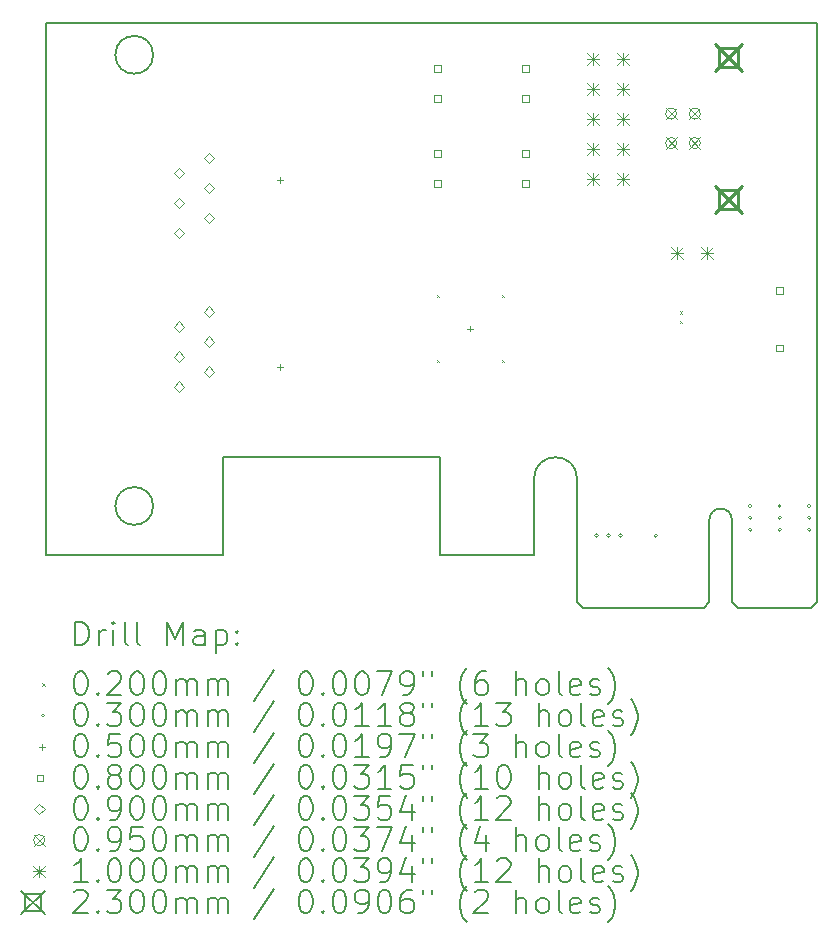
<source format=gbr>
%TF.GenerationSoftware,KiCad,Pcbnew,6.0.9+dfsg-1*%
%TF.CreationDate,2023-01-25T21:24:43+01:00*%
%TF.ProjectId,siproslic,73697072-6f73-46c6-9963-2e6b69636164,rev?*%
%TF.SameCoordinates,Original*%
%TF.FileFunction,Drillmap*%
%TF.FilePolarity,Positive*%
%FSLAX45Y45*%
G04 Gerber Fmt 4.5, Leading zero omitted, Abs format (unit mm)*
G04 Created by KiCad (PCBNEW 6.0.9+dfsg-1) date 2023-01-25 21:24:43*
%MOMM*%
%LPD*%
G01*
G04 APERTURE LIST*
%ADD10C,0.150000*%
%ADD11C,0.200000*%
%ADD12C,0.020000*%
%ADD13C,0.030000*%
%ADD14C,0.050000*%
%ADD15C,0.080000*%
%ADD16C,0.090000*%
%ADD17C,0.095000*%
%ADD18C,0.100000*%
%ADD19C,0.230000*%
G04 APERTURE END LIST*
D10*
X10997500Y-19412500D02*
X12017500Y-19412500D01*
X10947500Y-19362500D02*
X10997500Y-19412500D01*
X9782500Y-18137500D02*
X9782500Y-18962500D01*
X7357500Y-18550000D02*
G75*
G03*
X7357500Y-18550000I-160000J0D01*
G01*
X12977500Y-14462500D02*
X6447500Y-14462500D01*
X12257500Y-18667500D02*
X12257500Y-19362500D01*
X10947500Y-18320000D02*
X10947500Y-19362500D01*
X12257500Y-19362500D02*
X12307500Y-19412500D01*
X7947500Y-18962500D02*
X7947500Y-18137500D01*
X7357500Y-14730000D02*
G75*
G03*
X7357500Y-14730000I-160000J0D01*
G01*
X6447500Y-14462500D02*
X6447500Y-18962500D01*
X9782500Y-18962500D02*
X10582500Y-18962500D01*
X10947500Y-18320000D02*
G75*
G03*
X10582500Y-18320000I-182500J0D01*
G01*
X12257500Y-18667500D02*
G75*
G03*
X12067500Y-18667500I-95000J0D01*
G01*
X6447500Y-18962500D02*
X7947500Y-18962500D01*
X12927500Y-19412500D02*
X12307500Y-19412500D01*
X12017500Y-19412500D02*
X12067500Y-19362500D01*
X12977500Y-19362500D02*
X12927500Y-19412500D01*
X10582500Y-18962500D02*
X10582500Y-18320000D01*
X12977500Y-14462500D02*
X12977500Y-19362500D01*
X7947500Y-18137500D02*
X9782500Y-18137500D01*
X12067500Y-19362500D02*
X12067500Y-18667500D01*
D11*
D12*
X9757500Y-16762500D02*
X9777500Y-16782500D01*
X9777500Y-16762500D02*
X9757500Y-16782500D01*
X9757500Y-17312500D02*
X9777500Y-17332500D01*
X9777500Y-17312500D02*
X9757500Y-17332500D01*
X10307500Y-16762500D02*
X10327500Y-16782500D01*
X10327500Y-16762500D02*
X10307500Y-16782500D01*
X10307500Y-17312500D02*
X10327500Y-17332500D01*
X10327500Y-17312500D02*
X10307500Y-17332500D01*
X11817500Y-16902500D02*
X11837500Y-16922500D01*
X11837500Y-16902500D02*
X11817500Y-16922500D01*
X11817500Y-16982500D02*
X11837500Y-17002500D01*
X11837500Y-16982500D02*
X11817500Y-17002500D01*
D13*
X11127500Y-18800000D02*
G75*
G03*
X11127500Y-18800000I-15000J0D01*
G01*
X11227500Y-18800000D02*
G75*
G03*
X11227500Y-18800000I-15000J0D01*
G01*
X11327500Y-18800000D02*
G75*
G03*
X11327500Y-18800000I-15000J0D01*
G01*
X11627500Y-18802500D02*
G75*
G03*
X11627500Y-18802500I-15000J0D01*
G01*
X12427500Y-18550000D02*
G75*
G03*
X12427500Y-18550000I-15000J0D01*
G01*
X12427500Y-18650000D02*
G75*
G03*
X12427500Y-18650000I-15000J0D01*
G01*
X12427500Y-18750000D02*
G75*
G03*
X12427500Y-18750000I-15000J0D01*
G01*
X12677500Y-18550000D02*
G75*
G03*
X12677500Y-18550000I-15000J0D01*
G01*
X12677500Y-18650000D02*
G75*
G03*
X12677500Y-18650000I-15000J0D01*
G01*
X12677500Y-18750000D02*
G75*
G03*
X12677500Y-18750000I-15000J0D01*
G01*
X12927500Y-18550000D02*
G75*
G03*
X12927500Y-18550000I-15000J0D01*
G01*
X12927500Y-18650000D02*
G75*
G03*
X12927500Y-18650000I-15000J0D01*
G01*
X12927500Y-18750000D02*
G75*
G03*
X12927500Y-18750000I-15000J0D01*
G01*
D14*
X8432500Y-15762500D02*
X8432500Y-15812500D01*
X8407500Y-15787500D02*
X8457500Y-15787500D01*
X8433000Y-17351000D02*
X8433000Y-17401000D01*
X8408000Y-17376000D02*
X8458000Y-17376000D01*
X10042500Y-17022500D02*
X10042500Y-17072500D01*
X10017500Y-17047500D02*
X10067500Y-17047500D01*
D15*
X9795785Y-14875784D02*
X9795785Y-14819215D01*
X9739216Y-14819215D01*
X9739216Y-14875784D01*
X9795785Y-14875784D01*
X9795785Y-15125784D02*
X9795785Y-15069215D01*
X9739216Y-15069215D01*
X9739216Y-15125784D01*
X9795785Y-15125784D01*
X9795785Y-15595784D02*
X9795785Y-15539215D01*
X9739216Y-15539215D01*
X9739216Y-15595784D01*
X9795785Y-15595784D01*
X9795785Y-15845784D02*
X9795785Y-15789215D01*
X9739216Y-15789215D01*
X9739216Y-15845784D01*
X9795785Y-15845784D01*
X10535785Y-14875784D02*
X10535785Y-14819215D01*
X10479216Y-14819215D01*
X10479216Y-14875784D01*
X10535785Y-14875784D01*
X10535785Y-15125784D02*
X10535785Y-15069215D01*
X10479216Y-15069215D01*
X10479216Y-15125784D01*
X10535785Y-15125784D01*
X10535785Y-15595784D02*
X10535785Y-15539215D01*
X10479216Y-15539215D01*
X10479216Y-15595784D01*
X10535785Y-15595784D01*
X10535785Y-15845784D02*
X10535785Y-15789215D01*
X10479216Y-15789215D01*
X10479216Y-15845784D01*
X10535785Y-15845784D01*
X12690784Y-16752784D02*
X12690784Y-16696215D01*
X12634215Y-16696215D01*
X12634215Y-16752784D01*
X12690784Y-16752784D01*
X12690784Y-17240785D02*
X12690784Y-17184216D01*
X12634215Y-17184216D01*
X12634215Y-17240785D01*
X12690784Y-17240785D01*
D16*
X7577500Y-15777000D02*
X7622500Y-15732000D01*
X7577500Y-15687000D01*
X7532500Y-15732000D01*
X7577500Y-15777000D01*
X7577500Y-16031000D02*
X7622500Y-15986000D01*
X7577500Y-15941000D01*
X7532500Y-15986000D01*
X7577500Y-16031000D01*
X7577500Y-16285000D02*
X7622500Y-16240000D01*
X7577500Y-16195000D01*
X7532500Y-16240000D01*
X7577500Y-16285000D01*
X7577500Y-17077000D02*
X7622500Y-17032000D01*
X7577500Y-16987000D01*
X7532500Y-17032000D01*
X7577500Y-17077000D01*
X7577500Y-17331000D02*
X7622500Y-17286000D01*
X7577500Y-17241000D01*
X7532500Y-17286000D01*
X7577500Y-17331000D01*
X7577500Y-17585000D02*
X7622500Y-17540000D01*
X7577500Y-17495000D01*
X7532500Y-17540000D01*
X7577500Y-17585000D01*
X7831500Y-15650000D02*
X7876500Y-15605000D01*
X7831500Y-15560000D01*
X7786500Y-15605000D01*
X7831500Y-15650000D01*
X7831500Y-15904000D02*
X7876500Y-15859000D01*
X7831500Y-15814000D01*
X7786500Y-15859000D01*
X7831500Y-15904000D01*
X7831500Y-16158000D02*
X7876500Y-16113000D01*
X7831500Y-16068000D01*
X7786500Y-16113000D01*
X7831500Y-16158000D01*
X7831500Y-16950000D02*
X7876500Y-16905000D01*
X7831500Y-16860000D01*
X7786500Y-16905000D01*
X7831500Y-16950000D01*
X7831500Y-17204000D02*
X7876500Y-17159000D01*
X7831500Y-17114000D01*
X7786500Y-17159000D01*
X7831500Y-17204000D01*
X7831500Y-17458000D02*
X7876500Y-17413000D01*
X7831500Y-17368000D01*
X7786500Y-17413000D01*
X7831500Y-17458000D01*
D17*
X11696250Y-15180000D02*
X11791250Y-15275000D01*
X11791250Y-15180000D02*
X11696250Y-15275000D01*
X11791250Y-15227500D02*
G75*
G03*
X11791250Y-15227500I-47500J0D01*
G01*
X11696250Y-15430000D02*
X11791250Y-15525000D01*
X11791250Y-15430000D02*
X11696250Y-15525000D01*
X11791250Y-15477500D02*
G75*
G03*
X11791250Y-15477500I-47500J0D01*
G01*
X11896250Y-15180000D02*
X11991250Y-15275000D01*
X11991250Y-15180000D02*
X11896250Y-15275000D01*
X11991250Y-15227500D02*
G75*
G03*
X11991250Y-15227500I-47500J0D01*
G01*
X11896250Y-15430000D02*
X11991250Y-15525000D01*
X11991250Y-15430000D02*
X11896250Y-15525000D01*
X11991250Y-15477500D02*
G75*
G03*
X11991250Y-15477500I-47500J0D01*
G01*
D18*
X11030000Y-14714000D02*
X11130000Y-14814000D01*
X11130000Y-14714000D02*
X11030000Y-14814000D01*
X11080000Y-14714000D02*
X11080000Y-14814000D01*
X11030000Y-14764000D02*
X11130000Y-14764000D01*
X11030000Y-14968000D02*
X11130000Y-15068000D01*
X11130000Y-14968000D02*
X11030000Y-15068000D01*
X11080000Y-14968000D02*
X11080000Y-15068000D01*
X11030000Y-15018000D02*
X11130000Y-15018000D01*
X11030000Y-15222000D02*
X11130000Y-15322000D01*
X11130000Y-15222000D02*
X11030000Y-15322000D01*
X11080000Y-15222000D02*
X11080000Y-15322000D01*
X11030000Y-15272000D02*
X11130000Y-15272000D01*
X11030000Y-15476000D02*
X11130000Y-15576000D01*
X11130000Y-15476000D02*
X11030000Y-15576000D01*
X11080000Y-15476000D02*
X11080000Y-15576000D01*
X11030000Y-15526000D02*
X11130000Y-15526000D01*
X11030000Y-15730000D02*
X11130000Y-15830000D01*
X11130000Y-15730000D02*
X11030000Y-15830000D01*
X11080000Y-15730000D02*
X11080000Y-15830000D01*
X11030000Y-15780000D02*
X11130000Y-15780000D01*
X11284000Y-14714000D02*
X11384000Y-14814000D01*
X11384000Y-14714000D02*
X11284000Y-14814000D01*
X11334000Y-14714000D02*
X11334000Y-14814000D01*
X11284000Y-14764000D02*
X11384000Y-14764000D01*
X11284000Y-14968000D02*
X11384000Y-15068000D01*
X11384000Y-14968000D02*
X11284000Y-15068000D01*
X11334000Y-14968000D02*
X11334000Y-15068000D01*
X11284000Y-15018000D02*
X11384000Y-15018000D01*
X11284000Y-15222000D02*
X11384000Y-15322000D01*
X11384000Y-15222000D02*
X11284000Y-15322000D01*
X11334000Y-15222000D02*
X11334000Y-15322000D01*
X11284000Y-15272000D02*
X11384000Y-15272000D01*
X11284000Y-15476000D02*
X11384000Y-15576000D01*
X11384000Y-15476000D02*
X11284000Y-15576000D01*
X11334000Y-15476000D02*
X11334000Y-15576000D01*
X11284000Y-15526000D02*
X11384000Y-15526000D01*
X11284000Y-15730000D02*
X11384000Y-15830000D01*
X11384000Y-15730000D02*
X11284000Y-15830000D01*
X11334000Y-15730000D02*
X11334000Y-15830000D01*
X11284000Y-15780000D02*
X11384000Y-15780000D01*
X11741000Y-16357500D02*
X11841000Y-16457500D01*
X11841000Y-16357500D02*
X11741000Y-16457500D01*
X11791000Y-16357500D02*
X11791000Y-16457500D01*
X11741000Y-16407500D02*
X11841000Y-16407500D01*
X11995000Y-16357500D02*
X12095000Y-16457500D01*
X12095000Y-16357500D02*
X11995000Y-16457500D01*
X12045000Y-16357500D02*
X12045000Y-16457500D01*
X11995000Y-16407500D02*
X12095000Y-16407500D01*
D19*
X12114750Y-14637500D02*
X12344750Y-14867500D01*
X12344750Y-14637500D02*
X12114750Y-14867500D01*
X12311068Y-14833818D02*
X12311068Y-14671182D01*
X12148432Y-14671182D01*
X12148432Y-14833818D01*
X12311068Y-14833818D01*
X12114750Y-15837500D02*
X12344750Y-16067500D01*
X12344750Y-15837500D02*
X12114750Y-16067500D01*
X12311068Y-16033818D02*
X12311068Y-15871182D01*
X12148432Y-15871182D01*
X12148432Y-16033818D01*
X12311068Y-16033818D01*
D11*
X6697619Y-19730476D02*
X6697619Y-19530476D01*
X6745238Y-19530476D01*
X6773809Y-19540000D01*
X6792857Y-19559048D01*
X6802381Y-19578095D01*
X6811905Y-19616190D01*
X6811905Y-19644762D01*
X6802381Y-19682857D01*
X6792857Y-19701905D01*
X6773809Y-19720952D01*
X6745238Y-19730476D01*
X6697619Y-19730476D01*
X6897619Y-19730476D02*
X6897619Y-19597143D01*
X6897619Y-19635238D02*
X6907143Y-19616190D01*
X6916667Y-19606667D01*
X6935714Y-19597143D01*
X6954762Y-19597143D01*
X7021428Y-19730476D02*
X7021428Y-19597143D01*
X7021428Y-19530476D02*
X7011905Y-19540000D01*
X7021428Y-19549524D01*
X7030952Y-19540000D01*
X7021428Y-19530476D01*
X7021428Y-19549524D01*
X7145238Y-19730476D02*
X7126190Y-19720952D01*
X7116667Y-19701905D01*
X7116667Y-19530476D01*
X7250000Y-19730476D02*
X7230952Y-19720952D01*
X7221428Y-19701905D01*
X7221428Y-19530476D01*
X7478571Y-19730476D02*
X7478571Y-19530476D01*
X7545238Y-19673333D01*
X7611905Y-19530476D01*
X7611905Y-19730476D01*
X7792857Y-19730476D02*
X7792857Y-19625714D01*
X7783333Y-19606667D01*
X7764286Y-19597143D01*
X7726190Y-19597143D01*
X7707143Y-19606667D01*
X7792857Y-19720952D02*
X7773809Y-19730476D01*
X7726190Y-19730476D01*
X7707143Y-19720952D01*
X7697619Y-19701905D01*
X7697619Y-19682857D01*
X7707143Y-19663810D01*
X7726190Y-19654286D01*
X7773809Y-19654286D01*
X7792857Y-19644762D01*
X7888095Y-19597143D02*
X7888095Y-19797143D01*
X7888095Y-19606667D02*
X7907143Y-19597143D01*
X7945238Y-19597143D01*
X7964286Y-19606667D01*
X7973809Y-19616190D01*
X7983333Y-19635238D01*
X7983333Y-19692381D01*
X7973809Y-19711429D01*
X7964286Y-19720952D01*
X7945238Y-19730476D01*
X7907143Y-19730476D01*
X7888095Y-19720952D01*
X8069048Y-19711429D02*
X8078571Y-19720952D01*
X8069048Y-19730476D01*
X8059524Y-19720952D01*
X8069048Y-19711429D01*
X8069048Y-19730476D01*
X8069048Y-19606667D02*
X8078571Y-19616190D01*
X8069048Y-19625714D01*
X8059524Y-19616190D01*
X8069048Y-19606667D01*
X8069048Y-19625714D01*
D12*
X6420000Y-20050000D02*
X6440000Y-20070000D01*
X6440000Y-20050000D02*
X6420000Y-20070000D01*
D11*
X6735714Y-19950476D02*
X6754762Y-19950476D01*
X6773809Y-19960000D01*
X6783333Y-19969524D01*
X6792857Y-19988571D01*
X6802381Y-20026667D01*
X6802381Y-20074286D01*
X6792857Y-20112381D01*
X6783333Y-20131429D01*
X6773809Y-20140952D01*
X6754762Y-20150476D01*
X6735714Y-20150476D01*
X6716667Y-20140952D01*
X6707143Y-20131429D01*
X6697619Y-20112381D01*
X6688095Y-20074286D01*
X6688095Y-20026667D01*
X6697619Y-19988571D01*
X6707143Y-19969524D01*
X6716667Y-19960000D01*
X6735714Y-19950476D01*
X6888095Y-20131429D02*
X6897619Y-20140952D01*
X6888095Y-20150476D01*
X6878571Y-20140952D01*
X6888095Y-20131429D01*
X6888095Y-20150476D01*
X6973809Y-19969524D02*
X6983333Y-19960000D01*
X7002381Y-19950476D01*
X7050000Y-19950476D01*
X7069048Y-19960000D01*
X7078571Y-19969524D01*
X7088095Y-19988571D01*
X7088095Y-20007619D01*
X7078571Y-20036190D01*
X6964286Y-20150476D01*
X7088095Y-20150476D01*
X7211905Y-19950476D02*
X7230952Y-19950476D01*
X7250000Y-19960000D01*
X7259524Y-19969524D01*
X7269048Y-19988571D01*
X7278571Y-20026667D01*
X7278571Y-20074286D01*
X7269048Y-20112381D01*
X7259524Y-20131429D01*
X7250000Y-20140952D01*
X7230952Y-20150476D01*
X7211905Y-20150476D01*
X7192857Y-20140952D01*
X7183333Y-20131429D01*
X7173809Y-20112381D01*
X7164286Y-20074286D01*
X7164286Y-20026667D01*
X7173809Y-19988571D01*
X7183333Y-19969524D01*
X7192857Y-19960000D01*
X7211905Y-19950476D01*
X7402381Y-19950476D02*
X7421428Y-19950476D01*
X7440476Y-19960000D01*
X7450000Y-19969524D01*
X7459524Y-19988571D01*
X7469048Y-20026667D01*
X7469048Y-20074286D01*
X7459524Y-20112381D01*
X7450000Y-20131429D01*
X7440476Y-20140952D01*
X7421428Y-20150476D01*
X7402381Y-20150476D01*
X7383333Y-20140952D01*
X7373809Y-20131429D01*
X7364286Y-20112381D01*
X7354762Y-20074286D01*
X7354762Y-20026667D01*
X7364286Y-19988571D01*
X7373809Y-19969524D01*
X7383333Y-19960000D01*
X7402381Y-19950476D01*
X7554762Y-20150476D02*
X7554762Y-20017143D01*
X7554762Y-20036190D02*
X7564286Y-20026667D01*
X7583333Y-20017143D01*
X7611905Y-20017143D01*
X7630952Y-20026667D01*
X7640476Y-20045714D01*
X7640476Y-20150476D01*
X7640476Y-20045714D02*
X7650000Y-20026667D01*
X7669048Y-20017143D01*
X7697619Y-20017143D01*
X7716667Y-20026667D01*
X7726190Y-20045714D01*
X7726190Y-20150476D01*
X7821428Y-20150476D02*
X7821428Y-20017143D01*
X7821428Y-20036190D02*
X7830952Y-20026667D01*
X7850000Y-20017143D01*
X7878571Y-20017143D01*
X7897619Y-20026667D01*
X7907143Y-20045714D01*
X7907143Y-20150476D01*
X7907143Y-20045714D02*
X7916667Y-20026667D01*
X7935714Y-20017143D01*
X7964286Y-20017143D01*
X7983333Y-20026667D01*
X7992857Y-20045714D01*
X7992857Y-20150476D01*
X8383333Y-19940952D02*
X8211905Y-20198095D01*
X8640476Y-19950476D02*
X8659524Y-19950476D01*
X8678571Y-19960000D01*
X8688095Y-19969524D01*
X8697619Y-19988571D01*
X8707143Y-20026667D01*
X8707143Y-20074286D01*
X8697619Y-20112381D01*
X8688095Y-20131429D01*
X8678571Y-20140952D01*
X8659524Y-20150476D01*
X8640476Y-20150476D01*
X8621429Y-20140952D01*
X8611905Y-20131429D01*
X8602381Y-20112381D01*
X8592857Y-20074286D01*
X8592857Y-20026667D01*
X8602381Y-19988571D01*
X8611905Y-19969524D01*
X8621429Y-19960000D01*
X8640476Y-19950476D01*
X8792857Y-20131429D02*
X8802381Y-20140952D01*
X8792857Y-20150476D01*
X8783333Y-20140952D01*
X8792857Y-20131429D01*
X8792857Y-20150476D01*
X8926190Y-19950476D02*
X8945238Y-19950476D01*
X8964286Y-19960000D01*
X8973810Y-19969524D01*
X8983333Y-19988571D01*
X8992857Y-20026667D01*
X8992857Y-20074286D01*
X8983333Y-20112381D01*
X8973810Y-20131429D01*
X8964286Y-20140952D01*
X8945238Y-20150476D01*
X8926190Y-20150476D01*
X8907143Y-20140952D01*
X8897619Y-20131429D01*
X8888095Y-20112381D01*
X8878571Y-20074286D01*
X8878571Y-20026667D01*
X8888095Y-19988571D01*
X8897619Y-19969524D01*
X8907143Y-19960000D01*
X8926190Y-19950476D01*
X9116667Y-19950476D02*
X9135714Y-19950476D01*
X9154762Y-19960000D01*
X9164286Y-19969524D01*
X9173810Y-19988571D01*
X9183333Y-20026667D01*
X9183333Y-20074286D01*
X9173810Y-20112381D01*
X9164286Y-20131429D01*
X9154762Y-20140952D01*
X9135714Y-20150476D01*
X9116667Y-20150476D01*
X9097619Y-20140952D01*
X9088095Y-20131429D01*
X9078571Y-20112381D01*
X9069048Y-20074286D01*
X9069048Y-20026667D01*
X9078571Y-19988571D01*
X9088095Y-19969524D01*
X9097619Y-19960000D01*
X9116667Y-19950476D01*
X9250000Y-19950476D02*
X9383333Y-19950476D01*
X9297619Y-20150476D01*
X9469048Y-20150476D02*
X9507143Y-20150476D01*
X9526190Y-20140952D01*
X9535714Y-20131429D01*
X9554762Y-20102857D01*
X9564286Y-20064762D01*
X9564286Y-19988571D01*
X9554762Y-19969524D01*
X9545238Y-19960000D01*
X9526190Y-19950476D01*
X9488095Y-19950476D01*
X9469048Y-19960000D01*
X9459524Y-19969524D01*
X9450000Y-19988571D01*
X9450000Y-20036190D01*
X9459524Y-20055238D01*
X9469048Y-20064762D01*
X9488095Y-20074286D01*
X9526190Y-20074286D01*
X9545238Y-20064762D01*
X9554762Y-20055238D01*
X9564286Y-20036190D01*
X9640476Y-19950476D02*
X9640476Y-19988571D01*
X9716667Y-19950476D02*
X9716667Y-19988571D01*
X10011905Y-20226667D02*
X10002381Y-20217143D01*
X9983333Y-20188571D01*
X9973810Y-20169524D01*
X9964286Y-20140952D01*
X9954762Y-20093333D01*
X9954762Y-20055238D01*
X9964286Y-20007619D01*
X9973810Y-19979048D01*
X9983333Y-19960000D01*
X10002381Y-19931429D01*
X10011905Y-19921905D01*
X10173810Y-19950476D02*
X10135714Y-19950476D01*
X10116667Y-19960000D01*
X10107143Y-19969524D01*
X10088095Y-19998095D01*
X10078571Y-20036190D01*
X10078571Y-20112381D01*
X10088095Y-20131429D01*
X10097619Y-20140952D01*
X10116667Y-20150476D01*
X10154762Y-20150476D01*
X10173810Y-20140952D01*
X10183333Y-20131429D01*
X10192857Y-20112381D01*
X10192857Y-20064762D01*
X10183333Y-20045714D01*
X10173810Y-20036190D01*
X10154762Y-20026667D01*
X10116667Y-20026667D01*
X10097619Y-20036190D01*
X10088095Y-20045714D01*
X10078571Y-20064762D01*
X10430952Y-20150476D02*
X10430952Y-19950476D01*
X10516667Y-20150476D02*
X10516667Y-20045714D01*
X10507143Y-20026667D01*
X10488095Y-20017143D01*
X10459524Y-20017143D01*
X10440476Y-20026667D01*
X10430952Y-20036190D01*
X10640476Y-20150476D02*
X10621429Y-20140952D01*
X10611905Y-20131429D01*
X10602381Y-20112381D01*
X10602381Y-20055238D01*
X10611905Y-20036190D01*
X10621429Y-20026667D01*
X10640476Y-20017143D01*
X10669048Y-20017143D01*
X10688095Y-20026667D01*
X10697619Y-20036190D01*
X10707143Y-20055238D01*
X10707143Y-20112381D01*
X10697619Y-20131429D01*
X10688095Y-20140952D01*
X10669048Y-20150476D01*
X10640476Y-20150476D01*
X10821429Y-20150476D02*
X10802381Y-20140952D01*
X10792857Y-20121905D01*
X10792857Y-19950476D01*
X10973810Y-20140952D02*
X10954762Y-20150476D01*
X10916667Y-20150476D01*
X10897619Y-20140952D01*
X10888095Y-20121905D01*
X10888095Y-20045714D01*
X10897619Y-20026667D01*
X10916667Y-20017143D01*
X10954762Y-20017143D01*
X10973810Y-20026667D01*
X10983333Y-20045714D01*
X10983333Y-20064762D01*
X10888095Y-20083810D01*
X11059524Y-20140952D02*
X11078571Y-20150476D01*
X11116667Y-20150476D01*
X11135714Y-20140952D01*
X11145238Y-20121905D01*
X11145238Y-20112381D01*
X11135714Y-20093333D01*
X11116667Y-20083810D01*
X11088095Y-20083810D01*
X11069048Y-20074286D01*
X11059524Y-20055238D01*
X11059524Y-20045714D01*
X11069048Y-20026667D01*
X11088095Y-20017143D01*
X11116667Y-20017143D01*
X11135714Y-20026667D01*
X11211905Y-20226667D02*
X11221428Y-20217143D01*
X11240476Y-20188571D01*
X11250000Y-20169524D01*
X11259524Y-20140952D01*
X11269048Y-20093333D01*
X11269048Y-20055238D01*
X11259524Y-20007619D01*
X11250000Y-19979048D01*
X11240476Y-19960000D01*
X11221428Y-19931429D01*
X11211905Y-19921905D01*
D13*
X6440000Y-20324000D02*
G75*
G03*
X6440000Y-20324000I-15000J0D01*
G01*
D11*
X6735714Y-20214476D02*
X6754762Y-20214476D01*
X6773809Y-20224000D01*
X6783333Y-20233524D01*
X6792857Y-20252571D01*
X6802381Y-20290667D01*
X6802381Y-20338286D01*
X6792857Y-20376381D01*
X6783333Y-20395429D01*
X6773809Y-20404952D01*
X6754762Y-20414476D01*
X6735714Y-20414476D01*
X6716667Y-20404952D01*
X6707143Y-20395429D01*
X6697619Y-20376381D01*
X6688095Y-20338286D01*
X6688095Y-20290667D01*
X6697619Y-20252571D01*
X6707143Y-20233524D01*
X6716667Y-20224000D01*
X6735714Y-20214476D01*
X6888095Y-20395429D02*
X6897619Y-20404952D01*
X6888095Y-20414476D01*
X6878571Y-20404952D01*
X6888095Y-20395429D01*
X6888095Y-20414476D01*
X6964286Y-20214476D02*
X7088095Y-20214476D01*
X7021428Y-20290667D01*
X7050000Y-20290667D01*
X7069048Y-20300190D01*
X7078571Y-20309714D01*
X7088095Y-20328762D01*
X7088095Y-20376381D01*
X7078571Y-20395429D01*
X7069048Y-20404952D01*
X7050000Y-20414476D01*
X6992857Y-20414476D01*
X6973809Y-20404952D01*
X6964286Y-20395429D01*
X7211905Y-20214476D02*
X7230952Y-20214476D01*
X7250000Y-20224000D01*
X7259524Y-20233524D01*
X7269048Y-20252571D01*
X7278571Y-20290667D01*
X7278571Y-20338286D01*
X7269048Y-20376381D01*
X7259524Y-20395429D01*
X7250000Y-20404952D01*
X7230952Y-20414476D01*
X7211905Y-20414476D01*
X7192857Y-20404952D01*
X7183333Y-20395429D01*
X7173809Y-20376381D01*
X7164286Y-20338286D01*
X7164286Y-20290667D01*
X7173809Y-20252571D01*
X7183333Y-20233524D01*
X7192857Y-20224000D01*
X7211905Y-20214476D01*
X7402381Y-20214476D02*
X7421428Y-20214476D01*
X7440476Y-20224000D01*
X7450000Y-20233524D01*
X7459524Y-20252571D01*
X7469048Y-20290667D01*
X7469048Y-20338286D01*
X7459524Y-20376381D01*
X7450000Y-20395429D01*
X7440476Y-20404952D01*
X7421428Y-20414476D01*
X7402381Y-20414476D01*
X7383333Y-20404952D01*
X7373809Y-20395429D01*
X7364286Y-20376381D01*
X7354762Y-20338286D01*
X7354762Y-20290667D01*
X7364286Y-20252571D01*
X7373809Y-20233524D01*
X7383333Y-20224000D01*
X7402381Y-20214476D01*
X7554762Y-20414476D02*
X7554762Y-20281143D01*
X7554762Y-20300190D02*
X7564286Y-20290667D01*
X7583333Y-20281143D01*
X7611905Y-20281143D01*
X7630952Y-20290667D01*
X7640476Y-20309714D01*
X7640476Y-20414476D01*
X7640476Y-20309714D02*
X7650000Y-20290667D01*
X7669048Y-20281143D01*
X7697619Y-20281143D01*
X7716667Y-20290667D01*
X7726190Y-20309714D01*
X7726190Y-20414476D01*
X7821428Y-20414476D02*
X7821428Y-20281143D01*
X7821428Y-20300190D02*
X7830952Y-20290667D01*
X7850000Y-20281143D01*
X7878571Y-20281143D01*
X7897619Y-20290667D01*
X7907143Y-20309714D01*
X7907143Y-20414476D01*
X7907143Y-20309714D02*
X7916667Y-20290667D01*
X7935714Y-20281143D01*
X7964286Y-20281143D01*
X7983333Y-20290667D01*
X7992857Y-20309714D01*
X7992857Y-20414476D01*
X8383333Y-20204952D02*
X8211905Y-20462095D01*
X8640476Y-20214476D02*
X8659524Y-20214476D01*
X8678571Y-20224000D01*
X8688095Y-20233524D01*
X8697619Y-20252571D01*
X8707143Y-20290667D01*
X8707143Y-20338286D01*
X8697619Y-20376381D01*
X8688095Y-20395429D01*
X8678571Y-20404952D01*
X8659524Y-20414476D01*
X8640476Y-20414476D01*
X8621429Y-20404952D01*
X8611905Y-20395429D01*
X8602381Y-20376381D01*
X8592857Y-20338286D01*
X8592857Y-20290667D01*
X8602381Y-20252571D01*
X8611905Y-20233524D01*
X8621429Y-20224000D01*
X8640476Y-20214476D01*
X8792857Y-20395429D02*
X8802381Y-20404952D01*
X8792857Y-20414476D01*
X8783333Y-20404952D01*
X8792857Y-20395429D01*
X8792857Y-20414476D01*
X8926190Y-20214476D02*
X8945238Y-20214476D01*
X8964286Y-20224000D01*
X8973810Y-20233524D01*
X8983333Y-20252571D01*
X8992857Y-20290667D01*
X8992857Y-20338286D01*
X8983333Y-20376381D01*
X8973810Y-20395429D01*
X8964286Y-20404952D01*
X8945238Y-20414476D01*
X8926190Y-20414476D01*
X8907143Y-20404952D01*
X8897619Y-20395429D01*
X8888095Y-20376381D01*
X8878571Y-20338286D01*
X8878571Y-20290667D01*
X8888095Y-20252571D01*
X8897619Y-20233524D01*
X8907143Y-20224000D01*
X8926190Y-20214476D01*
X9183333Y-20414476D02*
X9069048Y-20414476D01*
X9126190Y-20414476D02*
X9126190Y-20214476D01*
X9107143Y-20243048D01*
X9088095Y-20262095D01*
X9069048Y-20271619D01*
X9373810Y-20414476D02*
X9259524Y-20414476D01*
X9316667Y-20414476D02*
X9316667Y-20214476D01*
X9297619Y-20243048D01*
X9278571Y-20262095D01*
X9259524Y-20271619D01*
X9488095Y-20300190D02*
X9469048Y-20290667D01*
X9459524Y-20281143D01*
X9450000Y-20262095D01*
X9450000Y-20252571D01*
X9459524Y-20233524D01*
X9469048Y-20224000D01*
X9488095Y-20214476D01*
X9526190Y-20214476D01*
X9545238Y-20224000D01*
X9554762Y-20233524D01*
X9564286Y-20252571D01*
X9564286Y-20262095D01*
X9554762Y-20281143D01*
X9545238Y-20290667D01*
X9526190Y-20300190D01*
X9488095Y-20300190D01*
X9469048Y-20309714D01*
X9459524Y-20319238D01*
X9450000Y-20338286D01*
X9450000Y-20376381D01*
X9459524Y-20395429D01*
X9469048Y-20404952D01*
X9488095Y-20414476D01*
X9526190Y-20414476D01*
X9545238Y-20404952D01*
X9554762Y-20395429D01*
X9564286Y-20376381D01*
X9564286Y-20338286D01*
X9554762Y-20319238D01*
X9545238Y-20309714D01*
X9526190Y-20300190D01*
X9640476Y-20214476D02*
X9640476Y-20252571D01*
X9716667Y-20214476D02*
X9716667Y-20252571D01*
X10011905Y-20490667D02*
X10002381Y-20481143D01*
X9983333Y-20452571D01*
X9973810Y-20433524D01*
X9964286Y-20404952D01*
X9954762Y-20357333D01*
X9954762Y-20319238D01*
X9964286Y-20271619D01*
X9973810Y-20243048D01*
X9983333Y-20224000D01*
X10002381Y-20195429D01*
X10011905Y-20185905D01*
X10192857Y-20414476D02*
X10078571Y-20414476D01*
X10135714Y-20414476D02*
X10135714Y-20214476D01*
X10116667Y-20243048D01*
X10097619Y-20262095D01*
X10078571Y-20271619D01*
X10259524Y-20214476D02*
X10383333Y-20214476D01*
X10316667Y-20290667D01*
X10345238Y-20290667D01*
X10364286Y-20300190D01*
X10373810Y-20309714D01*
X10383333Y-20328762D01*
X10383333Y-20376381D01*
X10373810Y-20395429D01*
X10364286Y-20404952D01*
X10345238Y-20414476D01*
X10288095Y-20414476D01*
X10269048Y-20404952D01*
X10259524Y-20395429D01*
X10621429Y-20414476D02*
X10621429Y-20214476D01*
X10707143Y-20414476D02*
X10707143Y-20309714D01*
X10697619Y-20290667D01*
X10678571Y-20281143D01*
X10650000Y-20281143D01*
X10630952Y-20290667D01*
X10621429Y-20300190D01*
X10830952Y-20414476D02*
X10811905Y-20404952D01*
X10802381Y-20395429D01*
X10792857Y-20376381D01*
X10792857Y-20319238D01*
X10802381Y-20300190D01*
X10811905Y-20290667D01*
X10830952Y-20281143D01*
X10859524Y-20281143D01*
X10878571Y-20290667D01*
X10888095Y-20300190D01*
X10897619Y-20319238D01*
X10897619Y-20376381D01*
X10888095Y-20395429D01*
X10878571Y-20404952D01*
X10859524Y-20414476D01*
X10830952Y-20414476D01*
X11011905Y-20414476D02*
X10992857Y-20404952D01*
X10983333Y-20385905D01*
X10983333Y-20214476D01*
X11164286Y-20404952D02*
X11145238Y-20414476D01*
X11107143Y-20414476D01*
X11088095Y-20404952D01*
X11078571Y-20385905D01*
X11078571Y-20309714D01*
X11088095Y-20290667D01*
X11107143Y-20281143D01*
X11145238Y-20281143D01*
X11164286Y-20290667D01*
X11173810Y-20309714D01*
X11173810Y-20328762D01*
X11078571Y-20347810D01*
X11250000Y-20404952D02*
X11269048Y-20414476D01*
X11307143Y-20414476D01*
X11326190Y-20404952D01*
X11335714Y-20385905D01*
X11335714Y-20376381D01*
X11326190Y-20357333D01*
X11307143Y-20347810D01*
X11278571Y-20347810D01*
X11259524Y-20338286D01*
X11250000Y-20319238D01*
X11250000Y-20309714D01*
X11259524Y-20290667D01*
X11278571Y-20281143D01*
X11307143Y-20281143D01*
X11326190Y-20290667D01*
X11402381Y-20490667D02*
X11411905Y-20481143D01*
X11430952Y-20452571D01*
X11440476Y-20433524D01*
X11450000Y-20404952D01*
X11459524Y-20357333D01*
X11459524Y-20319238D01*
X11450000Y-20271619D01*
X11440476Y-20243048D01*
X11430952Y-20224000D01*
X11411905Y-20195429D01*
X11402381Y-20185905D01*
D14*
X6415000Y-20563000D02*
X6415000Y-20613000D01*
X6390000Y-20588000D02*
X6440000Y-20588000D01*
D11*
X6735714Y-20478476D02*
X6754762Y-20478476D01*
X6773809Y-20488000D01*
X6783333Y-20497524D01*
X6792857Y-20516571D01*
X6802381Y-20554667D01*
X6802381Y-20602286D01*
X6792857Y-20640381D01*
X6783333Y-20659429D01*
X6773809Y-20668952D01*
X6754762Y-20678476D01*
X6735714Y-20678476D01*
X6716667Y-20668952D01*
X6707143Y-20659429D01*
X6697619Y-20640381D01*
X6688095Y-20602286D01*
X6688095Y-20554667D01*
X6697619Y-20516571D01*
X6707143Y-20497524D01*
X6716667Y-20488000D01*
X6735714Y-20478476D01*
X6888095Y-20659429D02*
X6897619Y-20668952D01*
X6888095Y-20678476D01*
X6878571Y-20668952D01*
X6888095Y-20659429D01*
X6888095Y-20678476D01*
X7078571Y-20478476D02*
X6983333Y-20478476D01*
X6973809Y-20573714D01*
X6983333Y-20564190D01*
X7002381Y-20554667D01*
X7050000Y-20554667D01*
X7069048Y-20564190D01*
X7078571Y-20573714D01*
X7088095Y-20592762D01*
X7088095Y-20640381D01*
X7078571Y-20659429D01*
X7069048Y-20668952D01*
X7050000Y-20678476D01*
X7002381Y-20678476D01*
X6983333Y-20668952D01*
X6973809Y-20659429D01*
X7211905Y-20478476D02*
X7230952Y-20478476D01*
X7250000Y-20488000D01*
X7259524Y-20497524D01*
X7269048Y-20516571D01*
X7278571Y-20554667D01*
X7278571Y-20602286D01*
X7269048Y-20640381D01*
X7259524Y-20659429D01*
X7250000Y-20668952D01*
X7230952Y-20678476D01*
X7211905Y-20678476D01*
X7192857Y-20668952D01*
X7183333Y-20659429D01*
X7173809Y-20640381D01*
X7164286Y-20602286D01*
X7164286Y-20554667D01*
X7173809Y-20516571D01*
X7183333Y-20497524D01*
X7192857Y-20488000D01*
X7211905Y-20478476D01*
X7402381Y-20478476D02*
X7421428Y-20478476D01*
X7440476Y-20488000D01*
X7450000Y-20497524D01*
X7459524Y-20516571D01*
X7469048Y-20554667D01*
X7469048Y-20602286D01*
X7459524Y-20640381D01*
X7450000Y-20659429D01*
X7440476Y-20668952D01*
X7421428Y-20678476D01*
X7402381Y-20678476D01*
X7383333Y-20668952D01*
X7373809Y-20659429D01*
X7364286Y-20640381D01*
X7354762Y-20602286D01*
X7354762Y-20554667D01*
X7364286Y-20516571D01*
X7373809Y-20497524D01*
X7383333Y-20488000D01*
X7402381Y-20478476D01*
X7554762Y-20678476D02*
X7554762Y-20545143D01*
X7554762Y-20564190D02*
X7564286Y-20554667D01*
X7583333Y-20545143D01*
X7611905Y-20545143D01*
X7630952Y-20554667D01*
X7640476Y-20573714D01*
X7640476Y-20678476D01*
X7640476Y-20573714D02*
X7650000Y-20554667D01*
X7669048Y-20545143D01*
X7697619Y-20545143D01*
X7716667Y-20554667D01*
X7726190Y-20573714D01*
X7726190Y-20678476D01*
X7821428Y-20678476D02*
X7821428Y-20545143D01*
X7821428Y-20564190D02*
X7830952Y-20554667D01*
X7850000Y-20545143D01*
X7878571Y-20545143D01*
X7897619Y-20554667D01*
X7907143Y-20573714D01*
X7907143Y-20678476D01*
X7907143Y-20573714D02*
X7916667Y-20554667D01*
X7935714Y-20545143D01*
X7964286Y-20545143D01*
X7983333Y-20554667D01*
X7992857Y-20573714D01*
X7992857Y-20678476D01*
X8383333Y-20468952D02*
X8211905Y-20726095D01*
X8640476Y-20478476D02*
X8659524Y-20478476D01*
X8678571Y-20488000D01*
X8688095Y-20497524D01*
X8697619Y-20516571D01*
X8707143Y-20554667D01*
X8707143Y-20602286D01*
X8697619Y-20640381D01*
X8688095Y-20659429D01*
X8678571Y-20668952D01*
X8659524Y-20678476D01*
X8640476Y-20678476D01*
X8621429Y-20668952D01*
X8611905Y-20659429D01*
X8602381Y-20640381D01*
X8592857Y-20602286D01*
X8592857Y-20554667D01*
X8602381Y-20516571D01*
X8611905Y-20497524D01*
X8621429Y-20488000D01*
X8640476Y-20478476D01*
X8792857Y-20659429D02*
X8802381Y-20668952D01*
X8792857Y-20678476D01*
X8783333Y-20668952D01*
X8792857Y-20659429D01*
X8792857Y-20678476D01*
X8926190Y-20478476D02*
X8945238Y-20478476D01*
X8964286Y-20488000D01*
X8973810Y-20497524D01*
X8983333Y-20516571D01*
X8992857Y-20554667D01*
X8992857Y-20602286D01*
X8983333Y-20640381D01*
X8973810Y-20659429D01*
X8964286Y-20668952D01*
X8945238Y-20678476D01*
X8926190Y-20678476D01*
X8907143Y-20668952D01*
X8897619Y-20659429D01*
X8888095Y-20640381D01*
X8878571Y-20602286D01*
X8878571Y-20554667D01*
X8888095Y-20516571D01*
X8897619Y-20497524D01*
X8907143Y-20488000D01*
X8926190Y-20478476D01*
X9183333Y-20678476D02*
X9069048Y-20678476D01*
X9126190Y-20678476D02*
X9126190Y-20478476D01*
X9107143Y-20507048D01*
X9088095Y-20526095D01*
X9069048Y-20535619D01*
X9278571Y-20678476D02*
X9316667Y-20678476D01*
X9335714Y-20668952D01*
X9345238Y-20659429D01*
X9364286Y-20630857D01*
X9373810Y-20592762D01*
X9373810Y-20516571D01*
X9364286Y-20497524D01*
X9354762Y-20488000D01*
X9335714Y-20478476D01*
X9297619Y-20478476D01*
X9278571Y-20488000D01*
X9269048Y-20497524D01*
X9259524Y-20516571D01*
X9259524Y-20564190D01*
X9269048Y-20583238D01*
X9278571Y-20592762D01*
X9297619Y-20602286D01*
X9335714Y-20602286D01*
X9354762Y-20592762D01*
X9364286Y-20583238D01*
X9373810Y-20564190D01*
X9440476Y-20478476D02*
X9573810Y-20478476D01*
X9488095Y-20678476D01*
X9640476Y-20478476D02*
X9640476Y-20516571D01*
X9716667Y-20478476D02*
X9716667Y-20516571D01*
X10011905Y-20754667D02*
X10002381Y-20745143D01*
X9983333Y-20716571D01*
X9973810Y-20697524D01*
X9964286Y-20668952D01*
X9954762Y-20621333D01*
X9954762Y-20583238D01*
X9964286Y-20535619D01*
X9973810Y-20507048D01*
X9983333Y-20488000D01*
X10002381Y-20459429D01*
X10011905Y-20449905D01*
X10069048Y-20478476D02*
X10192857Y-20478476D01*
X10126190Y-20554667D01*
X10154762Y-20554667D01*
X10173810Y-20564190D01*
X10183333Y-20573714D01*
X10192857Y-20592762D01*
X10192857Y-20640381D01*
X10183333Y-20659429D01*
X10173810Y-20668952D01*
X10154762Y-20678476D01*
X10097619Y-20678476D01*
X10078571Y-20668952D01*
X10069048Y-20659429D01*
X10430952Y-20678476D02*
X10430952Y-20478476D01*
X10516667Y-20678476D02*
X10516667Y-20573714D01*
X10507143Y-20554667D01*
X10488095Y-20545143D01*
X10459524Y-20545143D01*
X10440476Y-20554667D01*
X10430952Y-20564190D01*
X10640476Y-20678476D02*
X10621429Y-20668952D01*
X10611905Y-20659429D01*
X10602381Y-20640381D01*
X10602381Y-20583238D01*
X10611905Y-20564190D01*
X10621429Y-20554667D01*
X10640476Y-20545143D01*
X10669048Y-20545143D01*
X10688095Y-20554667D01*
X10697619Y-20564190D01*
X10707143Y-20583238D01*
X10707143Y-20640381D01*
X10697619Y-20659429D01*
X10688095Y-20668952D01*
X10669048Y-20678476D01*
X10640476Y-20678476D01*
X10821429Y-20678476D02*
X10802381Y-20668952D01*
X10792857Y-20649905D01*
X10792857Y-20478476D01*
X10973810Y-20668952D02*
X10954762Y-20678476D01*
X10916667Y-20678476D01*
X10897619Y-20668952D01*
X10888095Y-20649905D01*
X10888095Y-20573714D01*
X10897619Y-20554667D01*
X10916667Y-20545143D01*
X10954762Y-20545143D01*
X10973810Y-20554667D01*
X10983333Y-20573714D01*
X10983333Y-20592762D01*
X10888095Y-20611810D01*
X11059524Y-20668952D02*
X11078571Y-20678476D01*
X11116667Y-20678476D01*
X11135714Y-20668952D01*
X11145238Y-20649905D01*
X11145238Y-20640381D01*
X11135714Y-20621333D01*
X11116667Y-20611810D01*
X11088095Y-20611810D01*
X11069048Y-20602286D01*
X11059524Y-20583238D01*
X11059524Y-20573714D01*
X11069048Y-20554667D01*
X11088095Y-20545143D01*
X11116667Y-20545143D01*
X11135714Y-20554667D01*
X11211905Y-20754667D02*
X11221428Y-20745143D01*
X11240476Y-20716571D01*
X11250000Y-20697524D01*
X11259524Y-20668952D01*
X11269048Y-20621333D01*
X11269048Y-20583238D01*
X11259524Y-20535619D01*
X11250000Y-20507048D01*
X11240476Y-20488000D01*
X11221428Y-20459429D01*
X11211905Y-20449905D01*
D15*
X6428284Y-20880285D02*
X6428284Y-20823716D01*
X6371715Y-20823716D01*
X6371715Y-20880285D01*
X6428284Y-20880285D01*
D11*
X6735714Y-20742476D02*
X6754762Y-20742476D01*
X6773809Y-20752000D01*
X6783333Y-20761524D01*
X6792857Y-20780571D01*
X6802381Y-20818667D01*
X6802381Y-20866286D01*
X6792857Y-20904381D01*
X6783333Y-20923429D01*
X6773809Y-20932952D01*
X6754762Y-20942476D01*
X6735714Y-20942476D01*
X6716667Y-20932952D01*
X6707143Y-20923429D01*
X6697619Y-20904381D01*
X6688095Y-20866286D01*
X6688095Y-20818667D01*
X6697619Y-20780571D01*
X6707143Y-20761524D01*
X6716667Y-20752000D01*
X6735714Y-20742476D01*
X6888095Y-20923429D02*
X6897619Y-20932952D01*
X6888095Y-20942476D01*
X6878571Y-20932952D01*
X6888095Y-20923429D01*
X6888095Y-20942476D01*
X7011905Y-20828190D02*
X6992857Y-20818667D01*
X6983333Y-20809143D01*
X6973809Y-20790095D01*
X6973809Y-20780571D01*
X6983333Y-20761524D01*
X6992857Y-20752000D01*
X7011905Y-20742476D01*
X7050000Y-20742476D01*
X7069048Y-20752000D01*
X7078571Y-20761524D01*
X7088095Y-20780571D01*
X7088095Y-20790095D01*
X7078571Y-20809143D01*
X7069048Y-20818667D01*
X7050000Y-20828190D01*
X7011905Y-20828190D01*
X6992857Y-20837714D01*
X6983333Y-20847238D01*
X6973809Y-20866286D01*
X6973809Y-20904381D01*
X6983333Y-20923429D01*
X6992857Y-20932952D01*
X7011905Y-20942476D01*
X7050000Y-20942476D01*
X7069048Y-20932952D01*
X7078571Y-20923429D01*
X7088095Y-20904381D01*
X7088095Y-20866286D01*
X7078571Y-20847238D01*
X7069048Y-20837714D01*
X7050000Y-20828190D01*
X7211905Y-20742476D02*
X7230952Y-20742476D01*
X7250000Y-20752000D01*
X7259524Y-20761524D01*
X7269048Y-20780571D01*
X7278571Y-20818667D01*
X7278571Y-20866286D01*
X7269048Y-20904381D01*
X7259524Y-20923429D01*
X7250000Y-20932952D01*
X7230952Y-20942476D01*
X7211905Y-20942476D01*
X7192857Y-20932952D01*
X7183333Y-20923429D01*
X7173809Y-20904381D01*
X7164286Y-20866286D01*
X7164286Y-20818667D01*
X7173809Y-20780571D01*
X7183333Y-20761524D01*
X7192857Y-20752000D01*
X7211905Y-20742476D01*
X7402381Y-20742476D02*
X7421428Y-20742476D01*
X7440476Y-20752000D01*
X7450000Y-20761524D01*
X7459524Y-20780571D01*
X7469048Y-20818667D01*
X7469048Y-20866286D01*
X7459524Y-20904381D01*
X7450000Y-20923429D01*
X7440476Y-20932952D01*
X7421428Y-20942476D01*
X7402381Y-20942476D01*
X7383333Y-20932952D01*
X7373809Y-20923429D01*
X7364286Y-20904381D01*
X7354762Y-20866286D01*
X7354762Y-20818667D01*
X7364286Y-20780571D01*
X7373809Y-20761524D01*
X7383333Y-20752000D01*
X7402381Y-20742476D01*
X7554762Y-20942476D02*
X7554762Y-20809143D01*
X7554762Y-20828190D02*
X7564286Y-20818667D01*
X7583333Y-20809143D01*
X7611905Y-20809143D01*
X7630952Y-20818667D01*
X7640476Y-20837714D01*
X7640476Y-20942476D01*
X7640476Y-20837714D02*
X7650000Y-20818667D01*
X7669048Y-20809143D01*
X7697619Y-20809143D01*
X7716667Y-20818667D01*
X7726190Y-20837714D01*
X7726190Y-20942476D01*
X7821428Y-20942476D02*
X7821428Y-20809143D01*
X7821428Y-20828190D02*
X7830952Y-20818667D01*
X7850000Y-20809143D01*
X7878571Y-20809143D01*
X7897619Y-20818667D01*
X7907143Y-20837714D01*
X7907143Y-20942476D01*
X7907143Y-20837714D02*
X7916667Y-20818667D01*
X7935714Y-20809143D01*
X7964286Y-20809143D01*
X7983333Y-20818667D01*
X7992857Y-20837714D01*
X7992857Y-20942476D01*
X8383333Y-20732952D02*
X8211905Y-20990095D01*
X8640476Y-20742476D02*
X8659524Y-20742476D01*
X8678571Y-20752000D01*
X8688095Y-20761524D01*
X8697619Y-20780571D01*
X8707143Y-20818667D01*
X8707143Y-20866286D01*
X8697619Y-20904381D01*
X8688095Y-20923429D01*
X8678571Y-20932952D01*
X8659524Y-20942476D01*
X8640476Y-20942476D01*
X8621429Y-20932952D01*
X8611905Y-20923429D01*
X8602381Y-20904381D01*
X8592857Y-20866286D01*
X8592857Y-20818667D01*
X8602381Y-20780571D01*
X8611905Y-20761524D01*
X8621429Y-20752000D01*
X8640476Y-20742476D01*
X8792857Y-20923429D02*
X8802381Y-20932952D01*
X8792857Y-20942476D01*
X8783333Y-20932952D01*
X8792857Y-20923429D01*
X8792857Y-20942476D01*
X8926190Y-20742476D02*
X8945238Y-20742476D01*
X8964286Y-20752000D01*
X8973810Y-20761524D01*
X8983333Y-20780571D01*
X8992857Y-20818667D01*
X8992857Y-20866286D01*
X8983333Y-20904381D01*
X8973810Y-20923429D01*
X8964286Y-20932952D01*
X8945238Y-20942476D01*
X8926190Y-20942476D01*
X8907143Y-20932952D01*
X8897619Y-20923429D01*
X8888095Y-20904381D01*
X8878571Y-20866286D01*
X8878571Y-20818667D01*
X8888095Y-20780571D01*
X8897619Y-20761524D01*
X8907143Y-20752000D01*
X8926190Y-20742476D01*
X9059524Y-20742476D02*
X9183333Y-20742476D01*
X9116667Y-20818667D01*
X9145238Y-20818667D01*
X9164286Y-20828190D01*
X9173810Y-20837714D01*
X9183333Y-20856762D01*
X9183333Y-20904381D01*
X9173810Y-20923429D01*
X9164286Y-20932952D01*
X9145238Y-20942476D01*
X9088095Y-20942476D01*
X9069048Y-20932952D01*
X9059524Y-20923429D01*
X9373810Y-20942476D02*
X9259524Y-20942476D01*
X9316667Y-20942476D02*
X9316667Y-20742476D01*
X9297619Y-20771048D01*
X9278571Y-20790095D01*
X9259524Y-20799619D01*
X9554762Y-20742476D02*
X9459524Y-20742476D01*
X9450000Y-20837714D01*
X9459524Y-20828190D01*
X9478571Y-20818667D01*
X9526190Y-20818667D01*
X9545238Y-20828190D01*
X9554762Y-20837714D01*
X9564286Y-20856762D01*
X9564286Y-20904381D01*
X9554762Y-20923429D01*
X9545238Y-20932952D01*
X9526190Y-20942476D01*
X9478571Y-20942476D01*
X9459524Y-20932952D01*
X9450000Y-20923429D01*
X9640476Y-20742476D02*
X9640476Y-20780571D01*
X9716667Y-20742476D02*
X9716667Y-20780571D01*
X10011905Y-21018667D02*
X10002381Y-21009143D01*
X9983333Y-20980571D01*
X9973810Y-20961524D01*
X9964286Y-20932952D01*
X9954762Y-20885333D01*
X9954762Y-20847238D01*
X9964286Y-20799619D01*
X9973810Y-20771048D01*
X9983333Y-20752000D01*
X10002381Y-20723429D01*
X10011905Y-20713905D01*
X10192857Y-20942476D02*
X10078571Y-20942476D01*
X10135714Y-20942476D02*
X10135714Y-20742476D01*
X10116667Y-20771048D01*
X10097619Y-20790095D01*
X10078571Y-20799619D01*
X10316667Y-20742476D02*
X10335714Y-20742476D01*
X10354762Y-20752000D01*
X10364286Y-20761524D01*
X10373810Y-20780571D01*
X10383333Y-20818667D01*
X10383333Y-20866286D01*
X10373810Y-20904381D01*
X10364286Y-20923429D01*
X10354762Y-20932952D01*
X10335714Y-20942476D01*
X10316667Y-20942476D01*
X10297619Y-20932952D01*
X10288095Y-20923429D01*
X10278571Y-20904381D01*
X10269048Y-20866286D01*
X10269048Y-20818667D01*
X10278571Y-20780571D01*
X10288095Y-20761524D01*
X10297619Y-20752000D01*
X10316667Y-20742476D01*
X10621429Y-20942476D02*
X10621429Y-20742476D01*
X10707143Y-20942476D02*
X10707143Y-20837714D01*
X10697619Y-20818667D01*
X10678571Y-20809143D01*
X10650000Y-20809143D01*
X10630952Y-20818667D01*
X10621429Y-20828190D01*
X10830952Y-20942476D02*
X10811905Y-20932952D01*
X10802381Y-20923429D01*
X10792857Y-20904381D01*
X10792857Y-20847238D01*
X10802381Y-20828190D01*
X10811905Y-20818667D01*
X10830952Y-20809143D01*
X10859524Y-20809143D01*
X10878571Y-20818667D01*
X10888095Y-20828190D01*
X10897619Y-20847238D01*
X10897619Y-20904381D01*
X10888095Y-20923429D01*
X10878571Y-20932952D01*
X10859524Y-20942476D01*
X10830952Y-20942476D01*
X11011905Y-20942476D02*
X10992857Y-20932952D01*
X10983333Y-20913905D01*
X10983333Y-20742476D01*
X11164286Y-20932952D02*
X11145238Y-20942476D01*
X11107143Y-20942476D01*
X11088095Y-20932952D01*
X11078571Y-20913905D01*
X11078571Y-20837714D01*
X11088095Y-20818667D01*
X11107143Y-20809143D01*
X11145238Y-20809143D01*
X11164286Y-20818667D01*
X11173810Y-20837714D01*
X11173810Y-20856762D01*
X11078571Y-20875810D01*
X11250000Y-20932952D02*
X11269048Y-20942476D01*
X11307143Y-20942476D01*
X11326190Y-20932952D01*
X11335714Y-20913905D01*
X11335714Y-20904381D01*
X11326190Y-20885333D01*
X11307143Y-20875810D01*
X11278571Y-20875810D01*
X11259524Y-20866286D01*
X11250000Y-20847238D01*
X11250000Y-20837714D01*
X11259524Y-20818667D01*
X11278571Y-20809143D01*
X11307143Y-20809143D01*
X11326190Y-20818667D01*
X11402381Y-21018667D02*
X11411905Y-21009143D01*
X11430952Y-20980571D01*
X11440476Y-20961524D01*
X11450000Y-20932952D01*
X11459524Y-20885333D01*
X11459524Y-20847238D01*
X11450000Y-20799619D01*
X11440476Y-20771048D01*
X11430952Y-20752000D01*
X11411905Y-20723429D01*
X11402381Y-20713905D01*
D16*
X6395000Y-21161000D02*
X6440000Y-21116000D01*
X6395000Y-21071000D01*
X6350000Y-21116000D01*
X6395000Y-21161000D01*
D11*
X6735714Y-21006476D02*
X6754762Y-21006476D01*
X6773809Y-21016000D01*
X6783333Y-21025524D01*
X6792857Y-21044571D01*
X6802381Y-21082667D01*
X6802381Y-21130286D01*
X6792857Y-21168381D01*
X6783333Y-21187429D01*
X6773809Y-21196952D01*
X6754762Y-21206476D01*
X6735714Y-21206476D01*
X6716667Y-21196952D01*
X6707143Y-21187429D01*
X6697619Y-21168381D01*
X6688095Y-21130286D01*
X6688095Y-21082667D01*
X6697619Y-21044571D01*
X6707143Y-21025524D01*
X6716667Y-21016000D01*
X6735714Y-21006476D01*
X6888095Y-21187429D02*
X6897619Y-21196952D01*
X6888095Y-21206476D01*
X6878571Y-21196952D01*
X6888095Y-21187429D01*
X6888095Y-21206476D01*
X6992857Y-21206476D02*
X7030952Y-21206476D01*
X7050000Y-21196952D01*
X7059524Y-21187429D01*
X7078571Y-21158857D01*
X7088095Y-21120762D01*
X7088095Y-21044571D01*
X7078571Y-21025524D01*
X7069048Y-21016000D01*
X7050000Y-21006476D01*
X7011905Y-21006476D01*
X6992857Y-21016000D01*
X6983333Y-21025524D01*
X6973809Y-21044571D01*
X6973809Y-21092190D01*
X6983333Y-21111238D01*
X6992857Y-21120762D01*
X7011905Y-21130286D01*
X7050000Y-21130286D01*
X7069048Y-21120762D01*
X7078571Y-21111238D01*
X7088095Y-21092190D01*
X7211905Y-21006476D02*
X7230952Y-21006476D01*
X7250000Y-21016000D01*
X7259524Y-21025524D01*
X7269048Y-21044571D01*
X7278571Y-21082667D01*
X7278571Y-21130286D01*
X7269048Y-21168381D01*
X7259524Y-21187429D01*
X7250000Y-21196952D01*
X7230952Y-21206476D01*
X7211905Y-21206476D01*
X7192857Y-21196952D01*
X7183333Y-21187429D01*
X7173809Y-21168381D01*
X7164286Y-21130286D01*
X7164286Y-21082667D01*
X7173809Y-21044571D01*
X7183333Y-21025524D01*
X7192857Y-21016000D01*
X7211905Y-21006476D01*
X7402381Y-21006476D02*
X7421428Y-21006476D01*
X7440476Y-21016000D01*
X7450000Y-21025524D01*
X7459524Y-21044571D01*
X7469048Y-21082667D01*
X7469048Y-21130286D01*
X7459524Y-21168381D01*
X7450000Y-21187429D01*
X7440476Y-21196952D01*
X7421428Y-21206476D01*
X7402381Y-21206476D01*
X7383333Y-21196952D01*
X7373809Y-21187429D01*
X7364286Y-21168381D01*
X7354762Y-21130286D01*
X7354762Y-21082667D01*
X7364286Y-21044571D01*
X7373809Y-21025524D01*
X7383333Y-21016000D01*
X7402381Y-21006476D01*
X7554762Y-21206476D02*
X7554762Y-21073143D01*
X7554762Y-21092190D02*
X7564286Y-21082667D01*
X7583333Y-21073143D01*
X7611905Y-21073143D01*
X7630952Y-21082667D01*
X7640476Y-21101714D01*
X7640476Y-21206476D01*
X7640476Y-21101714D02*
X7650000Y-21082667D01*
X7669048Y-21073143D01*
X7697619Y-21073143D01*
X7716667Y-21082667D01*
X7726190Y-21101714D01*
X7726190Y-21206476D01*
X7821428Y-21206476D02*
X7821428Y-21073143D01*
X7821428Y-21092190D02*
X7830952Y-21082667D01*
X7850000Y-21073143D01*
X7878571Y-21073143D01*
X7897619Y-21082667D01*
X7907143Y-21101714D01*
X7907143Y-21206476D01*
X7907143Y-21101714D02*
X7916667Y-21082667D01*
X7935714Y-21073143D01*
X7964286Y-21073143D01*
X7983333Y-21082667D01*
X7992857Y-21101714D01*
X7992857Y-21206476D01*
X8383333Y-20996952D02*
X8211905Y-21254095D01*
X8640476Y-21006476D02*
X8659524Y-21006476D01*
X8678571Y-21016000D01*
X8688095Y-21025524D01*
X8697619Y-21044571D01*
X8707143Y-21082667D01*
X8707143Y-21130286D01*
X8697619Y-21168381D01*
X8688095Y-21187429D01*
X8678571Y-21196952D01*
X8659524Y-21206476D01*
X8640476Y-21206476D01*
X8621429Y-21196952D01*
X8611905Y-21187429D01*
X8602381Y-21168381D01*
X8592857Y-21130286D01*
X8592857Y-21082667D01*
X8602381Y-21044571D01*
X8611905Y-21025524D01*
X8621429Y-21016000D01*
X8640476Y-21006476D01*
X8792857Y-21187429D02*
X8802381Y-21196952D01*
X8792857Y-21206476D01*
X8783333Y-21196952D01*
X8792857Y-21187429D01*
X8792857Y-21206476D01*
X8926190Y-21006476D02*
X8945238Y-21006476D01*
X8964286Y-21016000D01*
X8973810Y-21025524D01*
X8983333Y-21044571D01*
X8992857Y-21082667D01*
X8992857Y-21130286D01*
X8983333Y-21168381D01*
X8973810Y-21187429D01*
X8964286Y-21196952D01*
X8945238Y-21206476D01*
X8926190Y-21206476D01*
X8907143Y-21196952D01*
X8897619Y-21187429D01*
X8888095Y-21168381D01*
X8878571Y-21130286D01*
X8878571Y-21082667D01*
X8888095Y-21044571D01*
X8897619Y-21025524D01*
X8907143Y-21016000D01*
X8926190Y-21006476D01*
X9059524Y-21006476D02*
X9183333Y-21006476D01*
X9116667Y-21082667D01*
X9145238Y-21082667D01*
X9164286Y-21092190D01*
X9173810Y-21101714D01*
X9183333Y-21120762D01*
X9183333Y-21168381D01*
X9173810Y-21187429D01*
X9164286Y-21196952D01*
X9145238Y-21206476D01*
X9088095Y-21206476D01*
X9069048Y-21196952D01*
X9059524Y-21187429D01*
X9364286Y-21006476D02*
X9269048Y-21006476D01*
X9259524Y-21101714D01*
X9269048Y-21092190D01*
X9288095Y-21082667D01*
X9335714Y-21082667D01*
X9354762Y-21092190D01*
X9364286Y-21101714D01*
X9373810Y-21120762D01*
X9373810Y-21168381D01*
X9364286Y-21187429D01*
X9354762Y-21196952D01*
X9335714Y-21206476D01*
X9288095Y-21206476D01*
X9269048Y-21196952D01*
X9259524Y-21187429D01*
X9545238Y-21073143D02*
X9545238Y-21206476D01*
X9497619Y-20996952D02*
X9450000Y-21139810D01*
X9573810Y-21139810D01*
X9640476Y-21006476D02*
X9640476Y-21044571D01*
X9716667Y-21006476D02*
X9716667Y-21044571D01*
X10011905Y-21282667D02*
X10002381Y-21273143D01*
X9983333Y-21244571D01*
X9973810Y-21225524D01*
X9964286Y-21196952D01*
X9954762Y-21149333D01*
X9954762Y-21111238D01*
X9964286Y-21063619D01*
X9973810Y-21035048D01*
X9983333Y-21016000D01*
X10002381Y-20987429D01*
X10011905Y-20977905D01*
X10192857Y-21206476D02*
X10078571Y-21206476D01*
X10135714Y-21206476D02*
X10135714Y-21006476D01*
X10116667Y-21035048D01*
X10097619Y-21054095D01*
X10078571Y-21063619D01*
X10269048Y-21025524D02*
X10278571Y-21016000D01*
X10297619Y-21006476D01*
X10345238Y-21006476D01*
X10364286Y-21016000D01*
X10373810Y-21025524D01*
X10383333Y-21044571D01*
X10383333Y-21063619D01*
X10373810Y-21092190D01*
X10259524Y-21206476D01*
X10383333Y-21206476D01*
X10621429Y-21206476D02*
X10621429Y-21006476D01*
X10707143Y-21206476D02*
X10707143Y-21101714D01*
X10697619Y-21082667D01*
X10678571Y-21073143D01*
X10650000Y-21073143D01*
X10630952Y-21082667D01*
X10621429Y-21092190D01*
X10830952Y-21206476D02*
X10811905Y-21196952D01*
X10802381Y-21187429D01*
X10792857Y-21168381D01*
X10792857Y-21111238D01*
X10802381Y-21092190D01*
X10811905Y-21082667D01*
X10830952Y-21073143D01*
X10859524Y-21073143D01*
X10878571Y-21082667D01*
X10888095Y-21092190D01*
X10897619Y-21111238D01*
X10897619Y-21168381D01*
X10888095Y-21187429D01*
X10878571Y-21196952D01*
X10859524Y-21206476D01*
X10830952Y-21206476D01*
X11011905Y-21206476D02*
X10992857Y-21196952D01*
X10983333Y-21177905D01*
X10983333Y-21006476D01*
X11164286Y-21196952D02*
X11145238Y-21206476D01*
X11107143Y-21206476D01*
X11088095Y-21196952D01*
X11078571Y-21177905D01*
X11078571Y-21101714D01*
X11088095Y-21082667D01*
X11107143Y-21073143D01*
X11145238Y-21073143D01*
X11164286Y-21082667D01*
X11173810Y-21101714D01*
X11173810Y-21120762D01*
X11078571Y-21139810D01*
X11250000Y-21196952D02*
X11269048Y-21206476D01*
X11307143Y-21206476D01*
X11326190Y-21196952D01*
X11335714Y-21177905D01*
X11335714Y-21168381D01*
X11326190Y-21149333D01*
X11307143Y-21139810D01*
X11278571Y-21139810D01*
X11259524Y-21130286D01*
X11250000Y-21111238D01*
X11250000Y-21101714D01*
X11259524Y-21082667D01*
X11278571Y-21073143D01*
X11307143Y-21073143D01*
X11326190Y-21082667D01*
X11402381Y-21282667D02*
X11411905Y-21273143D01*
X11430952Y-21244571D01*
X11440476Y-21225524D01*
X11450000Y-21196952D01*
X11459524Y-21149333D01*
X11459524Y-21111238D01*
X11450000Y-21063619D01*
X11440476Y-21035048D01*
X11430952Y-21016000D01*
X11411905Y-20987429D01*
X11402381Y-20977905D01*
D17*
X6345000Y-21332500D02*
X6440000Y-21427500D01*
X6440000Y-21332500D02*
X6345000Y-21427500D01*
X6440000Y-21380000D02*
G75*
G03*
X6440000Y-21380000I-47500J0D01*
G01*
D11*
X6735714Y-21270476D02*
X6754762Y-21270476D01*
X6773809Y-21280000D01*
X6783333Y-21289524D01*
X6792857Y-21308571D01*
X6802381Y-21346667D01*
X6802381Y-21394286D01*
X6792857Y-21432381D01*
X6783333Y-21451429D01*
X6773809Y-21460952D01*
X6754762Y-21470476D01*
X6735714Y-21470476D01*
X6716667Y-21460952D01*
X6707143Y-21451429D01*
X6697619Y-21432381D01*
X6688095Y-21394286D01*
X6688095Y-21346667D01*
X6697619Y-21308571D01*
X6707143Y-21289524D01*
X6716667Y-21280000D01*
X6735714Y-21270476D01*
X6888095Y-21451429D02*
X6897619Y-21460952D01*
X6888095Y-21470476D01*
X6878571Y-21460952D01*
X6888095Y-21451429D01*
X6888095Y-21470476D01*
X6992857Y-21470476D02*
X7030952Y-21470476D01*
X7050000Y-21460952D01*
X7059524Y-21451429D01*
X7078571Y-21422857D01*
X7088095Y-21384762D01*
X7088095Y-21308571D01*
X7078571Y-21289524D01*
X7069048Y-21280000D01*
X7050000Y-21270476D01*
X7011905Y-21270476D01*
X6992857Y-21280000D01*
X6983333Y-21289524D01*
X6973809Y-21308571D01*
X6973809Y-21356190D01*
X6983333Y-21375238D01*
X6992857Y-21384762D01*
X7011905Y-21394286D01*
X7050000Y-21394286D01*
X7069048Y-21384762D01*
X7078571Y-21375238D01*
X7088095Y-21356190D01*
X7269048Y-21270476D02*
X7173809Y-21270476D01*
X7164286Y-21365714D01*
X7173809Y-21356190D01*
X7192857Y-21346667D01*
X7240476Y-21346667D01*
X7259524Y-21356190D01*
X7269048Y-21365714D01*
X7278571Y-21384762D01*
X7278571Y-21432381D01*
X7269048Y-21451429D01*
X7259524Y-21460952D01*
X7240476Y-21470476D01*
X7192857Y-21470476D01*
X7173809Y-21460952D01*
X7164286Y-21451429D01*
X7402381Y-21270476D02*
X7421428Y-21270476D01*
X7440476Y-21280000D01*
X7450000Y-21289524D01*
X7459524Y-21308571D01*
X7469048Y-21346667D01*
X7469048Y-21394286D01*
X7459524Y-21432381D01*
X7450000Y-21451429D01*
X7440476Y-21460952D01*
X7421428Y-21470476D01*
X7402381Y-21470476D01*
X7383333Y-21460952D01*
X7373809Y-21451429D01*
X7364286Y-21432381D01*
X7354762Y-21394286D01*
X7354762Y-21346667D01*
X7364286Y-21308571D01*
X7373809Y-21289524D01*
X7383333Y-21280000D01*
X7402381Y-21270476D01*
X7554762Y-21470476D02*
X7554762Y-21337143D01*
X7554762Y-21356190D02*
X7564286Y-21346667D01*
X7583333Y-21337143D01*
X7611905Y-21337143D01*
X7630952Y-21346667D01*
X7640476Y-21365714D01*
X7640476Y-21470476D01*
X7640476Y-21365714D02*
X7650000Y-21346667D01*
X7669048Y-21337143D01*
X7697619Y-21337143D01*
X7716667Y-21346667D01*
X7726190Y-21365714D01*
X7726190Y-21470476D01*
X7821428Y-21470476D02*
X7821428Y-21337143D01*
X7821428Y-21356190D02*
X7830952Y-21346667D01*
X7850000Y-21337143D01*
X7878571Y-21337143D01*
X7897619Y-21346667D01*
X7907143Y-21365714D01*
X7907143Y-21470476D01*
X7907143Y-21365714D02*
X7916667Y-21346667D01*
X7935714Y-21337143D01*
X7964286Y-21337143D01*
X7983333Y-21346667D01*
X7992857Y-21365714D01*
X7992857Y-21470476D01*
X8383333Y-21260952D02*
X8211905Y-21518095D01*
X8640476Y-21270476D02*
X8659524Y-21270476D01*
X8678571Y-21280000D01*
X8688095Y-21289524D01*
X8697619Y-21308571D01*
X8707143Y-21346667D01*
X8707143Y-21394286D01*
X8697619Y-21432381D01*
X8688095Y-21451429D01*
X8678571Y-21460952D01*
X8659524Y-21470476D01*
X8640476Y-21470476D01*
X8621429Y-21460952D01*
X8611905Y-21451429D01*
X8602381Y-21432381D01*
X8592857Y-21394286D01*
X8592857Y-21346667D01*
X8602381Y-21308571D01*
X8611905Y-21289524D01*
X8621429Y-21280000D01*
X8640476Y-21270476D01*
X8792857Y-21451429D02*
X8802381Y-21460952D01*
X8792857Y-21470476D01*
X8783333Y-21460952D01*
X8792857Y-21451429D01*
X8792857Y-21470476D01*
X8926190Y-21270476D02*
X8945238Y-21270476D01*
X8964286Y-21280000D01*
X8973810Y-21289524D01*
X8983333Y-21308571D01*
X8992857Y-21346667D01*
X8992857Y-21394286D01*
X8983333Y-21432381D01*
X8973810Y-21451429D01*
X8964286Y-21460952D01*
X8945238Y-21470476D01*
X8926190Y-21470476D01*
X8907143Y-21460952D01*
X8897619Y-21451429D01*
X8888095Y-21432381D01*
X8878571Y-21394286D01*
X8878571Y-21346667D01*
X8888095Y-21308571D01*
X8897619Y-21289524D01*
X8907143Y-21280000D01*
X8926190Y-21270476D01*
X9059524Y-21270476D02*
X9183333Y-21270476D01*
X9116667Y-21346667D01*
X9145238Y-21346667D01*
X9164286Y-21356190D01*
X9173810Y-21365714D01*
X9183333Y-21384762D01*
X9183333Y-21432381D01*
X9173810Y-21451429D01*
X9164286Y-21460952D01*
X9145238Y-21470476D01*
X9088095Y-21470476D01*
X9069048Y-21460952D01*
X9059524Y-21451429D01*
X9250000Y-21270476D02*
X9383333Y-21270476D01*
X9297619Y-21470476D01*
X9545238Y-21337143D02*
X9545238Y-21470476D01*
X9497619Y-21260952D02*
X9450000Y-21403810D01*
X9573810Y-21403810D01*
X9640476Y-21270476D02*
X9640476Y-21308571D01*
X9716667Y-21270476D02*
X9716667Y-21308571D01*
X10011905Y-21546667D02*
X10002381Y-21537143D01*
X9983333Y-21508571D01*
X9973810Y-21489524D01*
X9964286Y-21460952D01*
X9954762Y-21413333D01*
X9954762Y-21375238D01*
X9964286Y-21327619D01*
X9973810Y-21299048D01*
X9983333Y-21280000D01*
X10002381Y-21251429D01*
X10011905Y-21241905D01*
X10173810Y-21337143D02*
X10173810Y-21470476D01*
X10126190Y-21260952D02*
X10078571Y-21403810D01*
X10202381Y-21403810D01*
X10430952Y-21470476D02*
X10430952Y-21270476D01*
X10516667Y-21470476D02*
X10516667Y-21365714D01*
X10507143Y-21346667D01*
X10488095Y-21337143D01*
X10459524Y-21337143D01*
X10440476Y-21346667D01*
X10430952Y-21356190D01*
X10640476Y-21470476D02*
X10621429Y-21460952D01*
X10611905Y-21451429D01*
X10602381Y-21432381D01*
X10602381Y-21375238D01*
X10611905Y-21356190D01*
X10621429Y-21346667D01*
X10640476Y-21337143D01*
X10669048Y-21337143D01*
X10688095Y-21346667D01*
X10697619Y-21356190D01*
X10707143Y-21375238D01*
X10707143Y-21432381D01*
X10697619Y-21451429D01*
X10688095Y-21460952D01*
X10669048Y-21470476D01*
X10640476Y-21470476D01*
X10821429Y-21470476D02*
X10802381Y-21460952D01*
X10792857Y-21441905D01*
X10792857Y-21270476D01*
X10973810Y-21460952D02*
X10954762Y-21470476D01*
X10916667Y-21470476D01*
X10897619Y-21460952D01*
X10888095Y-21441905D01*
X10888095Y-21365714D01*
X10897619Y-21346667D01*
X10916667Y-21337143D01*
X10954762Y-21337143D01*
X10973810Y-21346667D01*
X10983333Y-21365714D01*
X10983333Y-21384762D01*
X10888095Y-21403810D01*
X11059524Y-21460952D02*
X11078571Y-21470476D01*
X11116667Y-21470476D01*
X11135714Y-21460952D01*
X11145238Y-21441905D01*
X11145238Y-21432381D01*
X11135714Y-21413333D01*
X11116667Y-21403810D01*
X11088095Y-21403810D01*
X11069048Y-21394286D01*
X11059524Y-21375238D01*
X11059524Y-21365714D01*
X11069048Y-21346667D01*
X11088095Y-21337143D01*
X11116667Y-21337143D01*
X11135714Y-21346667D01*
X11211905Y-21546667D02*
X11221428Y-21537143D01*
X11240476Y-21508571D01*
X11250000Y-21489524D01*
X11259524Y-21460952D01*
X11269048Y-21413333D01*
X11269048Y-21375238D01*
X11259524Y-21327619D01*
X11250000Y-21299048D01*
X11240476Y-21280000D01*
X11221428Y-21251429D01*
X11211905Y-21241905D01*
D18*
X6340000Y-21594000D02*
X6440000Y-21694000D01*
X6440000Y-21594000D02*
X6340000Y-21694000D01*
X6390000Y-21594000D02*
X6390000Y-21694000D01*
X6340000Y-21644000D02*
X6440000Y-21644000D01*
D11*
X6802381Y-21734476D02*
X6688095Y-21734476D01*
X6745238Y-21734476D02*
X6745238Y-21534476D01*
X6726190Y-21563048D01*
X6707143Y-21582095D01*
X6688095Y-21591619D01*
X6888095Y-21715429D02*
X6897619Y-21724952D01*
X6888095Y-21734476D01*
X6878571Y-21724952D01*
X6888095Y-21715429D01*
X6888095Y-21734476D01*
X7021428Y-21534476D02*
X7040476Y-21534476D01*
X7059524Y-21544000D01*
X7069048Y-21553524D01*
X7078571Y-21572571D01*
X7088095Y-21610667D01*
X7088095Y-21658286D01*
X7078571Y-21696381D01*
X7069048Y-21715429D01*
X7059524Y-21724952D01*
X7040476Y-21734476D01*
X7021428Y-21734476D01*
X7002381Y-21724952D01*
X6992857Y-21715429D01*
X6983333Y-21696381D01*
X6973809Y-21658286D01*
X6973809Y-21610667D01*
X6983333Y-21572571D01*
X6992857Y-21553524D01*
X7002381Y-21544000D01*
X7021428Y-21534476D01*
X7211905Y-21534476D02*
X7230952Y-21534476D01*
X7250000Y-21544000D01*
X7259524Y-21553524D01*
X7269048Y-21572571D01*
X7278571Y-21610667D01*
X7278571Y-21658286D01*
X7269048Y-21696381D01*
X7259524Y-21715429D01*
X7250000Y-21724952D01*
X7230952Y-21734476D01*
X7211905Y-21734476D01*
X7192857Y-21724952D01*
X7183333Y-21715429D01*
X7173809Y-21696381D01*
X7164286Y-21658286D01*
X7164286Y-21610667D01*
X7173809Y-21572571D01*
X7183333Y-21553524D01*
X7192857Y-21544000D01*
X7211905Y-21534476D01*
X7402381Y-21534476D02*
X7421428Y-21534476D01*
X7440476Y-21544000D01*
X7450000Y-21553524D01*
X7459524Y-21572571D01*
X7469048Y-21610667D01*
X7469048Y-21658286D01*
X7459524Y-21696381D01*
X7450000Y-21715429D01*
X7440476Y-21724952D01*
X7421428Y-21734476D01*
X7402381Y-21734476D01*
X7383333Y-21724952D01*
X7373809Y-21715429D01*
X7364286Y-21696381D01*
X7354762Y-21658286D01*
X7354762Y-21610667D01*
X7364286Y-21572571D01*
X7373809Y-21553524D01*
X7383333Y-21544000D01*
X7402381Y-21534476D01*
X7554762Y-21734476D02*
X7554762Y-21601143D01*
X7554762Y-21620190D02*
X7564286Y-21610667D01*
X7583333Y-21601143D01*
X7611905Y-21601143D01*
X7630952Y-21610667D01*
X7640476Y-21629714D01*
X7640476Y-21734476D01*
X7640476Y-21629714D02*
X7650000Y-21610667D01*
X7669048Y-21601143D01*
X7697619Y-21601143D01*
X7716667Y-21610667D01*
X7726190Y-21629714D01*
X7726190Y-21734476D01*
X7821428Y-21734476D02*
X7821428Y-21601143D01*
X7821428Y-21620190D02*
X7830952Y-21610667D01*
X7850000Y-21601143D01*
X7878571Y-21601143D01*
X7897619Y-21610667D01*
X7907143Y-21629714D01*
X7907143Y-21734476D01*
X7907143Y-21629714D02*
X7916667Y-21610667D01*
X7935714Y-21601143D01*
X7964286Y-21601143D01*
X7983333Y-21610667D01*
X7992857Y-21629714D01*
X7992857Y-21734476D01*
X8383333Y-21524952D02*
X8211905Y-21782095D01*
X8640476Y-21534476D02*
X8659524Y-21534476D01*
X8678571Y-21544000D01*
X8688095Y-21553524D01*
X8697619Y-21572571D01*
X8707143Y-21610667D01*
X8707143Y-21658286D01*
X8697619Y-21696381D01*
X8688095Y-21715429D01*
X8678571Y-21724952D01*
X8659524Y-21734476D01*
X8640476Y-21734476D01*
X8621429Y-21724952D01*
X8611905Y-21715429D01*
X8602381Y-21696381D01*
X8592857Y-21658286D01*
X8592857Y-21610667D01*
X8602381Y-21572571D01*
X8611905Y-21553524D01*
X8621429Y-21544000D01*
X8640476Y-21534476D01*
X8792857Y-21715429D02*
X8802381Y-21724952D01*
X8792857Y-21734476D01*
X8783333Y-21724952D01*
X8792857Y-21715429D01*
X8792857Y-21734476D01*
X8926190Y-21534476D02*
X8945238Y-21534476D01*
X8964286Y-21544000D01*
X8973810Y-21553524D01*
X8983333Y-21572571D01*
X8992857Y-21610667D01*
X8992857Y-21658286D01*
X8983333Y-21696381D01*
X8973810Y-21715429D01*
X8964286Y-21724952D01*
X8945238Y-21734476D01*
X8926190Y-21734476D01*
X8907143Y-21724952D01*
X8897619Y-21715429D01*
X8888095Y-21696381D01*
X8878571Y-21658286D01*
X8878571Y-21610667D01*
X8888095Y-21572571D01*
X8897619Y-21553524D01*
X8907143Y-21544000D01*
X8926190Y-21534476D01*
X9059524Y-21534476D02*
X9183333Y-21534476D01*
X9116667Y-21610667D01*
X9145238Y-21610667D01*
X9164286Y-21620190D01*
X9173810Y-21629714D01*
X9183333Y-21648762D01*
X9183333Y-21696381D01*
X9173810Y-21715429D01*
X9164286Y-21724952D01*
X9145238Y-21734476D01*
X9088095Y-21734476D01*
X9069048Y-21724952D01*
X9059524Y-21715429D01*
X9278571Y-21734476D02*
X9316667Y-21734476D01*
X9335714Y-21724952D01*
X9345238Y-21715429D01*
X9364286Y-21686857D01*
X9373810Y-21648762D01*
X9373810Y-21572571D01*
X9364286Y-21553524D01*
X9354762Y-21544000D01*
X9335714Y-21534476D01*
X9297619Y-21534476D01*
X9278571Y-21544000D01*
X9269048Y-21553524D01*
X9259524Y-21572571D01*
X9259524Y-21620190D01*
X9269048Y-21639238D01*
X9278571Y-21648762D01*
X9297619Y-21658286D01*
X9335714Y-21658286D01*
X9354762Y-21648762D01*
X9364286Y-21639238D01*
X9373810Y-21620190D01*
X9545238Y-21601143D02*
X9545238Y-21734476D01*
X9497619Y-21524952D02*
X9450000Y-21667810D01*
X9573810Y-21667810D01*
X9640476Y-21534476D02*
X9640476Y-21572571D01*
X9716667Y-21534476D02*
X9716667Y-21572571D01*
X10011905Y-21810667D02*
X10002381Y-21801143D01*
X9983333Y-21772571D01*
X9973810Y-21753524D01*
X9964286Y-21724952D01*
X9954762Y-21677333D01*
X9954762Y-21639238D01*
X9964286Y-21591619D01*
X9973810Y-21563048D01*
X9983333Y-21544000D01*
X10002381Y-21515429D01*
X10011905Y-21505905D01*
X10192857Y-21734476D02*
X10078571Y-21734476D01*
X10135714Y-21734476D02*
X10135714Y-21534476D01*
X10116667Y-21563048D01*
X10097619Y-21582095D01*
X10078571Y-21591619D01*
X10269048Y-21553524D02*
X10278571Y-21544000D01*
X10297619Y-21534476D01*
X10345238Y-21534476D01*
X10364286Y-21544000D01*
X10373810Y-21553524D01*
X10383333Y-21572571D01*
X10383333Y-21591619D01*
X10373810Y-21620190D01*
X10259524Y-21734476D01*
X10383333Y-21734476D01*
X10621429Y-21734476D02*
X10621429Y-21534476D01*
X10707143Y-21734476D02*
X10707143Y-21629714D01*
X10697619Y-21610667D01*
X10678571Y-21601143D01*
X10650000Y-21601143D01*
X10630952Y-21610667D01*
X10621429Y-21620190D01*
X10830952Y-21734476D02*
X10811905Y-21724952D01*
X10802381Y-21715429D01*
X10792857Y-21696381D01*
X10792857Y-21639238D01*
X10802381Y-21620190D01*
X10811905Y-21610667D01*
X10830952Y-21601143D01*
X10859524Y-21601143D01*
X10878571Y-21610667D01*
X10888095Y-21620190D01*
X10897619Y-21639238D01*
X10897619Y-21696381D01*
X10888095Y-21715429D01*
X10878571Y-21724952D01*
X10859524Y-21734476D01*
X10830952Y-21734476D01*
X11011905Y-21734476D02*
X10992857Y-21724952D01*
X10983333Y-21705905D01*
X10983333Y-21534476D01*
X11164286Y-21724952D02*
X11145238Y-21734476D01*
X11107143Y-21734476D01*
X11088095Y-21724952D01*
X11078571Y-21705905D01*
X11078571Y-21629714D01*
X11088095Y-21610667D01*
X11107143Y-21601143D01*
X11145238Y-21601143D01*
X11164286Y-21610667D01*
X11173810Y-21629714D01*
X11173810Y-21648762D01*
X11078571Y-21667810D01*
X11250000Y-21724952D02*
X11269048Y-21734476D01*
X11307143Y-21734476D01*
X11326190Y-21724952D01*
X11335714Y-21705905D01*
X11335714Y-21696381D01*
X11326190Y-21677333D01*
X11307143Y-21667810D01*
X11278571Y-21667810D01*
X11259524Y-21658286D01*
X11250000Y-21639238D01*
X11250000Y-21629714D01*
X11259524Y-21610667D01*
X11278571Y-21601143D01*
X11307143Y-21601143D01*
X11326190Y-21610667D01*
X11402381Y-21810667D02*
X11411905Y-21801143D01*
X11430952Y-21772571D01*
X11440476Y-21753524D01*
X11450000Y-21724952D01*
X11459524Y-21677333D01*
X11459524Y-21639238D01*
X11450000Y-21591619D01*
X11440476Y-21563048D01*
X11430952Y-21544000D01*
X11411905Y-21515429D01*
X11402381Y-21505905D01*
X6240000Y-21808000D02*
X6440000Y-22008000D01*
X6440000Y-21808000D02*
X6240000Y-22008000D01*
X6410711Y-21978711D02*
X6410711Y-21837289D01*
X6269289Y-21837289D01*
X6269289Y-21978711D01*
X6410711Y-21978711D01*
X6688095Y-21817524D02*
X6697619Y-21808000D01*
X6716667Y-21798476D01*
X6764286Y-21798476D01*
X6783333Y-21808000D01*
X6792857Y-21817524D01*
X6802381Y-21836571D01*
X6802381Y-21855619D01*
X6792857Y-21884190D01*
X6678571Y-21998476D01*
X6802381Y-21998476D01*
X6888095Y-21979429D02*
X6897619Y-21988952D01*
X6888095Y-21998476D01*
X6878571Y-21988952D01*
X6888095Y-21979429D01*
X6888095Y-21998476D01*
X6964286Y-21798476D02*
X7088095Y-21798476D01*
X7021428Y-21874667D01*
X7050000Y-21874667D01*
X7069048Y-21884190D01*
X7078571Y-21893714D01*
X7088095Y-21912762D01*
X7088095Y-21960381D01*
X7078571Y-21979429D01*
X7069048Y-21988952D01*
X7050000Y-21998476D01*
X6992857Y-21998476D01*
X6973809Y-21988952D01*
X6964286Y-21979429D01*
X7211905Y-21798476D02*
X7230952Y-21798476D01*
X7250000Y-21808000D01*
X7259524Y-21817524D01*
X7269048Y-21836571D01*
X7278571Y-21874667D01*
X7278571Y-21922286D01*
X7269048Y-21960381D01*
X7259524Y-21979429D01*
X7250000Y-21988952D01*
X7230952Y-21998476D01*
X7211905Y-21998476D01*
X7192857Y-21988952D01*
X7183333Y-21979429D01*
X7173809Y-21960381D01*
X7164286Y-21922286D01*
X7164286Y-21874667D01*
X7173809Y-21836571D01*
X7183333Y-21817524D01*
X7192857Y-21808000D01*
X7211905Y-21798476D01*
X7402381Y-21798476D02*
X7421428Y-21798476D01*
X7440476Y-21808000D01*
X7450000Y-21817524D01*
X7459524Y-21836571D01*
X7469048Y-21874667D01*
X7469048Y-21922286D01*
X7459524Y-21960381D01*
X7450000Y-21979429D01*
X7440476Y-21988952D01*
X7421428Y-21998476D01*
X7402381Y-21998476D01*
X7383333Y-21988952D01*
X7373809Y-21979429D01*
X7364286Y-21960381D01*
X7354762Y-21922286D01*
X7354762Y-21874667D01*
X7364286Y-21836571D01*
X7373809Y-21817524D01*
X7383333Y-21808000D01*
X7402381Y-21798476D01*
X7554762Y-21998476D02*
X7554762Y-21865143D01*
X7554762Y-21884190D02*
X7564286Y-21874667D01*
X7583333Y-21865143D01*
X7611905Y-21865143D01*
X7630952Y-21874667D01*
X7640476Y-21893714D01*
X7640476Y-21998476D01*
X7640476Y-21893714D02*
X7650000Y-21874667D01*
X7669048Y-21865143D01*
X7697619Y-21865143D01*
X7716667Y-21874667D01*
X7726190Y-21893714D01*
X7726190Y-21998476D01*
X7821428Y-21998476D02*
X7821428Y-21865143D01*
X7821428Y-21884190D02*
X7830952Y-21874667D01*
X7850000Y-21865143D01*
X7878571Y-21865143D01*
X7897619Y-21874667D01*
X7907143Y-21893714D01*
X7907143Y-21998476D01*
X7907143Y-21893714D02*
X7916667Y-21874667D01*
X7935714Y-21865143D01*
X7964286Y-21865143D01*
X7983333Y-21874667D01*
X7992857Y-21893714D01*
X7992857Y-21998476D01*
X8383333Y-21788952D02*
X8211905Y-22046095D01*
X8640476Y-21798476D02*
X8659524Y-21798476D01*
X8678571Y-21808000D01*
X8688095Y-21817524D01*
X8697619Y-21836571D01*
X8707143Y-21874667D01*
X8707143Y-21922286D01*
X8697619Y-21960381D01*
X8688095Y-21979429D01*
X8678571Y-21988952D01*
X8659524Y-21998476D01*
X8640476Y-21998476D01*
X8621429Y-21988952D01*
X8611905Y-21979429D01*
X8602381Y-21960381D01*
X8592857Y-21922286D01*
X8592857Y-21874667D01*
X8602381Y-21836571D01*
X8611905Y-21817524D01*
X8621429Y-21808000D01*
X8640476Y-21798476D01*
X8792857Y-21979429D02*
X8802381Y-21988952D01*
X8792857Y-21998476D01*
X8783333Y-21988952D01*
X8792857Y-21979429D01*
X8792857Y-21998476D01*
X8926190Y-21798476D02*
X8945238Y-21798476D01*
X8964286Y-21808000D01*
X8973810Y-21817524D01*
X8983333Y-21836571D01*
X8992857Y-21874667D01*
X8992857Y-21922286D01*
X8983333Y-21960381D01*
X8973810Y-21979429D01*
X8964286Y-21988952D01*
X8945238Y-21998476D01*
X8926190Y-21998476D01*
X8907143Y-21988952D01*
X8897619Y-21979429D01*
X8888095Y-21960381D01*
X8878571Y-21922286D01*
X8878571Y-21874667D01*
X8888095Y-21836571D01*
X8897619Y-21817524D01*
X8907143Y-21808000D01*
X8926190Y-21798476D01*
X9088095Y-21998476D02*
X9126190Y-21998476D01*
X9145238Y-21988952D01*
X9154762Y-21979429D01*
X9173810Y-21950857D01*
X9183333Y-21912762D01*
X9183333Y-21836571D01*
X9173810Y-21817524D01*
X9164286Y-21808000D01*
X9145238Y-21798476D01*
X9107143Y-21798476D01*
X9088095Y-21808000D01*
X9078571Y-21817524D01*
X9069048Y-21836571D01*
X9069048Y-21884190D01*
X9078571Y-21903238D01*
X9088095Y-21912762D01*
X9107143Y-21922286D01*
X9145238Y-21922286D01*
X9164286Y-21912762D01*
X9173810Y-21903238D01*
X9183333Y-21884190D01*
X9307143Y-21798476D02*
X9326190Y-21798476D01*
X9345238Y-21808000D01*
X9354762Y-21817524D01*
X9364286Y-21836571D01*
X9373810Y-21874667D01*
X9373810Y-21922286D01*
X9364286Y-21960381D01*
X9354762Y-21979429D01*
X9345238Y-21988952D01*
X9326190Y-21998476D01*
X9307143Y-21998476D01*
X9288095Y-21988952D01*
X9278571Y-21979429D01*
X9269048Y-21960381D01*
X9259524Y-21922286D01*
X9259524Y-21874667D01*
X9269048Y-21836571D01*
X9278571Y-21817524D01*
X9288095Y-21808000D01*
X9307143Y-21798476D01*
X9545238Y-21798476D02*
X9507143Y-21798476D01*
X9488095Y-21808000D01*
X9478571Y-21817524D01*
X9459524Y-21846095D01*
X9450000Y-21884190D01*
X9450000Y-21960381D01*
X9459524Y-21979429D01*
X9469048Y-21988952D01*
X9488095Y-21998476D01*
X9526190Y-21998476D01*
X9545238Y-21988952D01*
X9554762Y-21979429D01*
X9564286Y-21960381D01*
X9564286Y-21912762D01*
X9554762Y-21893714D01*
X9545238Y-21884190D01*
X9526190Y-21874667D01*
X9488095Y-21874667D01*
X9469048Y-21884190D01*
X9459524Y-21893714D01*
X9450000Y-21912762D01*
X9640476Y-21798476D02*
X9640476Y-21836571D01*
X9716667Y-21798476D02*
X9716667Y-21836571D01*
X10011905Y-22074667D02*
X10002381Y-22065143D01*
X9983333Y-22036571D01*
X9973810Y-22017524D01*
X9964286Y-21988952D01*
X9954762Y-21941333D01*
X9954762Y-21903238D01*
X9964286Y-21855619D01*
X9973810Y-21827048D01*
X9983333Y-21808000D01*
X10002381Y-21779429D01*
X10011905Y-21769905D01*
X10078571Y-21817524D02*
X10088095Y-21808000D01*
X10107143Y-21798476D01*
X10154762Y-21798476D01*
X10173810Y-21808000D01*
X10183333Y-21817524D01*
X10192857Y-21836571D01*
X10192857Y-21855619D01*
X10183333Y-21884190D01*
X10069048Y-21998476D01*
X10192857Y-21998476D01*
X10430952Y-21998476D02*
X10430952Y-21798476D01*
X10516667Y-21998476D02*
X10516667Y-21893714D01*
X10507143Y-21874667D01*
X10488095Y-21865143D01*
X10459524Y-21865143D01*
X10440476Y-21874667D01*
X10430952Y-21884190D01*
X10640476Y-21998476D02*
X10621429Y-21988952D01*
X10611905Y-21979429D01*
X10602381Y-21960381D01*
X10602381Y-21903238D01*
X10611905Y-21884190D01*
X10621429Y-21874667D01*
X10640476Y-21865143D01*
X10669048Y-21865143D01*
X10688095Y-21874667D01*
X10697619Y-21884190D01*
X10707143Y-21903238D01*
X10707143Y-21960381D01*
X10697619Y-21979429D01*
X10688095Y-21988952D01*
X10669048Y-21998476D01*
X10640476Y-21998476D01*
X10821429Y-21998476D02*
X10802381Y-21988952D01*
X10792857Y-21969905D01*
X10792857Y-21798476D01*
X10973810Y-21988952D02*
X10954762Y-21998476D01*
X10916667Y-21998476D01*
X10897619Y-21988952D01*
X10888095Y-21969905D01*
X10888095Y-21893714D01*
X10897619Y-21874667D01*
X10916667Y-21865143D01*
X10954762Y-21865143D01*
X10973810Y-21874667D01*
X10983333Y-21893714D01*
X10983333Y-21912762D01*
X10888095Y-21931810D01*
X11059524Y-21988952D02*
X11078571Y-21998476D01*
X11116667Y-21998476D01*
X11135714Y-21988952D01*
X11145238Y-21969905D01*
X11145238Y-21960381D01*
X11135714Y-21941333D01*
X11116667Y-21931810D01*
X11088095Y-21931810D01*
X11069048Y-21922286D01*
X11059524Y-21903238D01*
X11059524Y-21893714D01*
X11069048Y-21874667D01*
X11088095Y-21865143D01*
X11116667Y-21865143D01*
X11135714Y-21874667D01*
X11211905Y-22074667D02*
X11221428Y-22065143D01*
X11240476Y-22036571D01*
X11250000Y-22017524D01*
X11259524Y-21988952D01*
X11269048Y-21941333D01*
X11269048Y-21903238D01*
X11259524Y-21855619D01*
X11250000Y-21827048D01*
X11240476Y-21808000D01*
X11221428Y-21779429D01*
X11211905Y-21769905D01*
M02*

</source>
